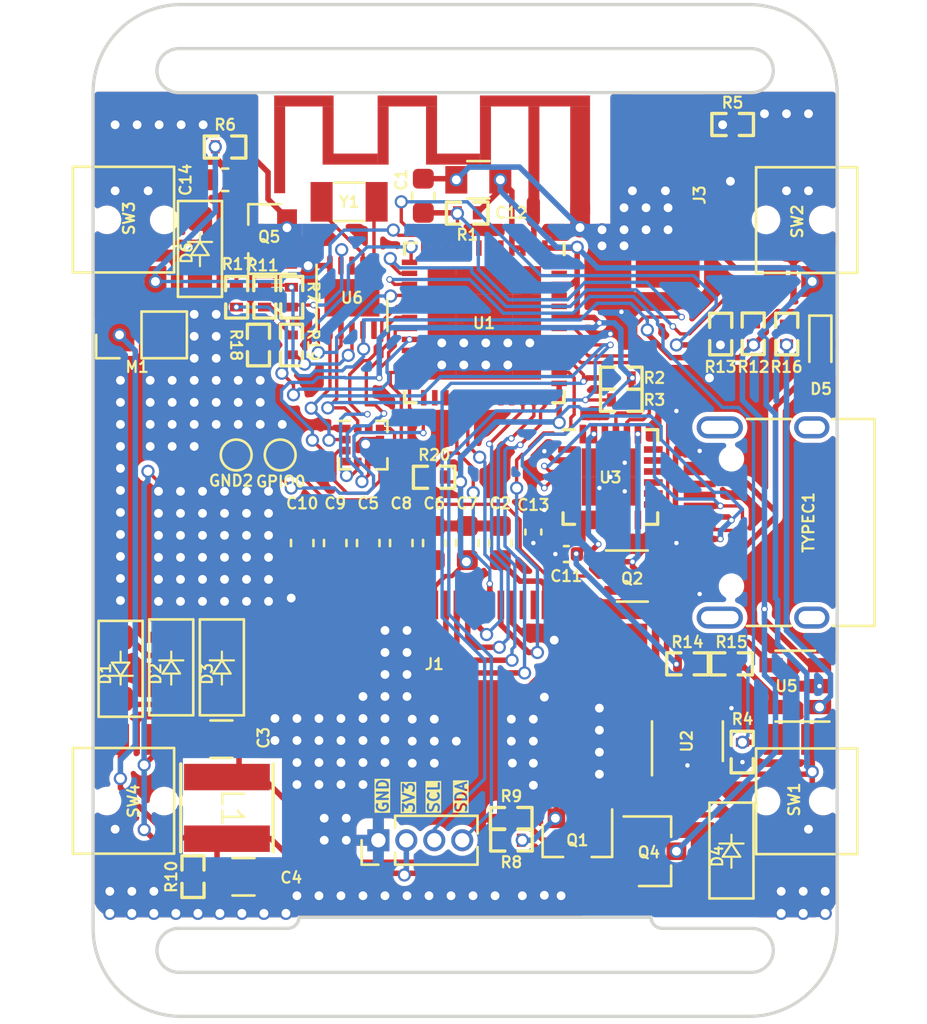
<source format=kicad_pcb>
(kicad_pcb (version 20240108) (generator "pcbnew") (generator_version "8.0")
  (layers (0 "F.Cu" signal) (31 "B.Cu" signal) (34 "B.Paste" user) (35 "F.Paste" user) (36 "B.SilkS" user "B.Silkscreen") (37 "F.SilkS" user "F.Silkscreen") (38 "B.Mask" user) (39 "F.Mask" user) (44 "Edge.Cuts" user))
  (net 0 "")
  (net 1 "GND")
  (net 2 "EN")
  (net 3 "+3V3")
  (net 4 "PREVGH")
  (net 5 "PREVGL")
  (net 6 "VBUS")
  (net 7 "BUSY")
  (net 8 "RES")
  (net 9 "DC")
  (net 10 "MOSI")
  (net 11 "SCK")
  (net 12 "SS")
  (net 13 "Net-(AE1-FEED)")
  (net 14 "Net-(J1-Pin_5)")
  (net 15 "RESE")
  (net 16 "GDR")
  (net 17 "Net-(D3-A)")
  (net 18 "Net-(D1-K)")
  (net 19 "Net-(J1-Pin_18)")
  (net 20 "Net-(J1-Pin_20)")
  (net 21 "RTS")
  (net 22 "GPIO0")
  (net 23 "DTR")
  (net 24 "SDA")
  (net 25 "SCL")
  (net 26 "BTN_1")
  (net 27 "BTN_2")
  (net 28 "BTN_3")
  (net 29 "Net-(J1-Pin_22)")
  (net 30 "+BATT")
  (net 31 "Net-(J1-Pin_24)")
  (net 32 "BTN_4")
  (net 33 "ADC")
  (net 34 "RTC_INT")
  (net 35 "VIB_PWM")
  (net 36 "TX")
  (net 37 "RX")
  (net 38 "Net-(U3-VDD)")
  (net 39 "Net-(D6-A)")
  (net 40 "Net-(D4-K)")
  (net 41 "ACC_INT_2")
  (net 42 "ACC_INT_1")
  (net 43 "Net-(D5-K)")
  (net 49 "Net-(Q5-B)")
  (net 50 "Net-(U5-PROG)")
  (net 51 "Net-(U5-STAT)")
  (net 53 "Net-(U3-D-)")
  (net 82 "Net-(R11-Pad2)")
  (net 83 "32KHZ")
  (net 94 "Net-(U6-OSCI)")
  (net 96 "Net-(U6-OSCO)")
  (net 98 "Net-(U3-D+)")
  (footprint "TO_SOT_Packages_SMD:SOT-23" (layer "F.Cu") (at 94.2 108.61)
    (property "Reference" "Q4")
    (property "Value" "CJ2301")
  )
  (footprint "TO_SOT_Packages_SMD:SOT-23" (layer "F.Cu") (at 76.51 80.8 180)
    (property "Reference" "Q5")
    (property "Value" "S8050")
  )
  (footprint "Watchy:R0402-Frame" (layer "F.Cu") (at 85.7 79.61 180)
    (property "Reference" "R1")
    (property "Value" "10K" (hide yes))
  )
  (footprint "Watchy:R0402-Frame" (layer "F.Cu") (at 97.2 85.11 -90)
    (property "Reference" "R13")
    (property "Value" "100K" (hide yes))
  )
  (footprint "Watchy:R0402-Frame" (layer "F.Cu") (at 95.7 100.11)
    (property "Reference" "R14")
    (property "Value" "10K" (hide yes))
  )
  (footprint "Housings_DFN_QFN:QFN-24-1EP_4x4mm_Pitch0.5mm" (layer "F.Cu") (at 92.2 91.61)
    (property "Reference" "U3")
    (property "Value" "CP2102")
  )
  (footprint "TO_SOT_Packages_SMD:SOT-23" (layer "F.Cu") (at 90.7 108.11 -90)
    (property "Reference" "Q1")
    (property "Value" "AO3400A")
  )
  (footprint "Watchy:Inductors_Inductor_Taiyo-Yuden_NR-40xx" (layer "F.Cu") (at 75.03 106.64 -90)
    (property "Reference" "L1")
    (property "Value" "10uH 1A")
  )
  (footprint "Watchy:R0402-Frame" (layer "F.Cu") (at 75.209539 83.440981 -90)
    (property "Reference" "R17")
    (property "Value" "1K" (hide yes))
  )
  (footprint "Watchy:D_SOD-123F" (layer "F.Cu") (at 74.55 100.29 -90)
    (property "Reference" "D3")
    (property "Value" "MBR0530")
  )
  (footprint "Housings_DFN_QFN:QFN-48-1EP_7x7mm_Pitch0.5mm" (layer "F.Cu") (at 86.47375 84.61 -90)
    (property "Reference" "U1")
    (property "Value" "ESP32-PICO-D4")
  )
  (footprint "TO_SOT_Packages_SMD:SOT-363_SC-70-6" (layer "F.Cu") (at 93.2 96.11)
    (property "Reference" "Q2")
    (property "Value" "UMH3N")
  )
  (footprint "Watchy:R0402-Frame" (layer "F.Cu") (at 73.25 109.77 90)
    (property "Reference" "R10")
    (property "Value" "10K" (hide yes))
  )
  (footprint "Capacitors_SMD:C_0805" (layer "F.Cu") (at 86.2 78.11 180)
    (property "Reference" "C12")
    (property "Value" "4.7uF/50V")
  )
  (footprint "Watchy:R0402-Frame" (layer "F.Cu") (at 100.2 85.11 -90)
    (property "Reference" "R16")
    (property "Value" "1K" (hide yes))
  )
  (footprint "Watchy:R0402-Frame" (layer "F.Cu") (at 98.7 85.11 90)
    (property "Reference" "R12")
    (property "Value" "100K" (hide yes))
  )
  (footprint "Watchy:K2-1114SA-A4SW-06" (layer "F.Cu") (at 70.63 106.33 90)
    (property "Reference" "SW4")
    (property "Value" "BTN")
  )
  (footprint "Watchy:K2-1114SA-A4SW-06" (layer "F.Cu") (at 100.57 106.33 -90)
    (property "Reference" "SW1")
    (property "Value" "BTN")
  )
  (footprint "Watchy:R0402-Frame" (layer "F.Cu") (at 87.7 108.11)
    (property "Reference" "R9")
    (property "Value" "3" (hide yes))
  )
  (footprint "Watchy:D_SOD-123F" (layer "F.Cu") (at 72.25 100.29 -90)
    (property "Reference" "D2")
    (property "Value" "MBR0530")
  )
  (footprint "Capacitors_SMD:C_0805" (layer "F.Cu") (at 74.53 103.52)
    (property "Reference" "C3")
    (property "Value" "4.7uF/50V")
  )
  (footprint "Watchy:R0402-Frame" (layer "F.Cu") (at 97.75 75.61)
    (property "Reference" "R5")
    (property "Value" "10K" (hide yes))
  )
  (footprint "LEDs:LED_0603" (layer "F.Cu") (at 101.74 85.58 -90)
    (property "Reference" "D5")
    (property "Value" "LED")
  )
  (footprint "Capacitors_SMD:C_0805" (layer "F.Cu") (at 75.53 109.77)
    (property "Reference" "C4")
    (property "Value" "4.7uF/50V")
  )
  (footprint "Watchy:D_SOD-123F" (layer "F.Cu") (at 97.7 108.61 -90)
    (property "Reference" "D4")
    (property "Value" "MBR0530")
  )
  (footprint "TO_SOT_Packages_SMD:SOT-23-5" (layer "F.Cu") (at 100.6 101.11 180)
    (property "Reference" "U5")
    (property "Value" "TP4054")
  )
  (footprint "Watchy:R0402-Frame" (layer "F.Cu") (at 92.7 88.11 180)
    (property "Reference" "R3")
    (property "Value" "4.7K" (hide yes))
  )
  (footprint "Watchy:R0402-Frame" (layer "F.Cu") (at 87.7 107.11 180)
    (property "Reference" "R8")
    (property "Value" "10K" (hide yes))
  )
  (footprint "Watchy:R0402-Frame" (layer "F.Cu") (at 98.2 104.11 90)
    (property "Reference" "R4")
    (property "Value" "10K" (hide yes))
  )
  (footprint "Watchy:1.25T-2PWT (Molex 532610271)" (layer "F.Cu") (at 94.753082 78.800917 90)
    (property "Reference" "J3")
    (property "Value" "Battery")
  )
  (footprint "Watchy:D_SOD-123F" (layer "F.Cu") (at 69.95 100.29 90)
    (property "Reference" "D1")
    (property "Value" "MBR0530")
  )
  (footprint "TO_SOT_Packages_SMD:SOT-23-5" (layer "F.Cu") (at 95.7 103.61 90)
    (property "Reference" "U2")
    (property "Value" "ME6211C33M5G-N" (hide yes))
  )
  (footprint "Watchy:K2-1114SA-A4SW-06" (layer "F.Cu") (at 100.57 79.93 -90)
    (property "Reference" "SW2")
    (property "Value" "BTN")
  )
  (footprint "Watchy:K2-1114SA-A4SW-06" (layer "F.Cu") (at 70.63 79.93 90)
    (property "Reference" "SW3")
    (property "Value" "BTN")
  )
  (footprint "Watchy:24_Pins_0.5mm_Pitch_ZIF_Connector_UP" (layer "F.Cu") (at 85.475 99.77)
    (property "Reference" "J1")
    (property "Value" "FPC24(0.5MM)")
  )
  (footprint "Watchy:R0402-Frame" (layer "F.Cu") (at 92.7 87.11 180)
    (property "Reference" "R2")
    (property "Value" "4.7K" (hide yes))
  )
  (footprint "Watchy:R0402-Frame" (layer "F.Cu") (at 74.7 76.61 180)
    (property "Reference" "R6")
    (property "Value" "10K" (hide yes))
  )
  (footprint "Watchy:D_SOD-123F" (layer "F.Cu") (at 73.55432 81.283203 -90)
    (property "Reference" "D6")
    (property "Value" "1N4001")
  )
  (footprint "Watchy:Motor_Header" (layer "F.Cu") (at 69.9 85.155 90)
    (property "Reference" "M1")
    (property "Value" "Vibration_Motor")
  )
  (footprint "Watchy:R0402-Frame" (layer "F.Cu") (at 77.709539 83.440981 -90)
    (property "Reference" "R7")
    (property "Value" "10K" (hide yes))
  )
  (footprint "Watchy:SWRA117D" (layer "F.Cu") (at 74.255 79.18)
    (property "Reference" "AE1" (hide yes))
    (property "Value" "SWRA117D" (hide yes))
  )
  (footprint "TestPoint:TestPoint_Pad_D1.0mm" (layer "F.Cu") (at 77.2 90.61)
    (property "Reference" "GPIO0")
    (property "Value" "GPIO0")
  )
  (footprint "TestPoint:TestPoint_Pad_D1.0mm" (layer "F.Cu") (at 75.2 90.61)
    (property "Reference" "GND2")
    (property "Value" "GND")
  )
  (footprint "Watchy:R0402-Frame" (layer "F.Cu") (at 76.490497 83.440981 -90)
    (property "Reference" "R11")
    (property "Value" "680K" (hide yes))
  )
  (footprint "Watchy:R0402-Frame" (layer "F.Cu") (at 77.7 85.61 -90)
    (property "Reference" "R19")
    (property "Value" "100K" (hide yes))
  )
  (footprint "Crystal:Crystal_SMD_3215-2Pin_3.2x1.5mm" (layer "F.Cu") (at 80.33 79.11)
    (property "Reference" "Y1")
    (property "Value" "32.768KHz")
  )
  (footprint "Housings_LGA:LGA-12_2x2mm_Pitch0.5mm" (layer "F.Cu") (at 80.97 90.16)
    (property "Reference" "U4" (hide yes))
    (property "Value" "BMA423")
  )
  (footprint "Package_DFN_QFN:DFN-10-1EP_3x3mm_P0.5mm_EP1.7x2.5mm" (layer "F.Cu") (at 80.46 83.47 -90)
    (property "Reference" "U6")
    (property "Value" "PCF8563BS")
  )
  (footprint "Watchy:R0402-Frame" (layer "F.Cu") (at 76.2 85.61 -90)
    (property "Reference" "R18")
    (property "Value" "220K" (hide yes))
  )
  (footprint "Watchy:R0402-Frame" (layer "F.Cu") (at 97.7 100.11)
    (property "Reference" "R15")
    (property "Value" "10K" (hide yes))
  )
  (footprint "Capacitor_SMD:C_0603_1608Metric" (layer "F.Cu") (at 83.7 78.835 90)
    (property "Reference" "C1")
    (property "Value" "100nF")
  )
  (footprint "Capacitor_SMD:C_0603_1608Metric" (layer "F.Cu") (at 87.2 94.61 90)
    (property "Reference" "C2")
    (property "Value" "1uF/50V")
  )
  (footprint "Capacitor_SMD:C_0603_1608Metric" (layer "F.Cu") (at 81.2 94.61 90)
    (property "Reference" "C5")
    (property "Value" "1uF/50V")
  )
  (footprint "Capacitor_SMD:C_0603_1608Metric" (layer "F.Cu") (at 84.2 94.61 90)
    (property "Reference" "C6")
    (property "Value" "1uF/50V")
  )
  (footprint "Capacitor_SMD:C_0603_1608Metric" (layer "F.Cu") (at 85.7 94.61 90)
    (property "Reference" "C7")
    (property "Value" "1uF/50V")
  )
  (footprint "Capacitor_SMD:C_0603_1608Metric" (layer "F.Cu") (at 82.7 94.61 90)
    (property "Reference" "C8")
    (property "Value" "1uF/50V")
  )
  (footprint "Capacitor_SMD:C_0603_1608Metric" (layer "F.Cu") (at 79.7 94.61 90)
    (property "Reference" "C9")
    (property "Value" "1uF/50V")
  )
  (footprint "Capacitor_SMD:C_0603_1608Metric" (layer "F.Cu") (at 78.2 94.61 90)
    (property "Reference" "C10")
    (property "Value" "1uF/50V")
  )
  (footprint "Capacitor_SMD:C_0603_1608Metric" (layer "F.Cu") (at 74.7 78.11)
    (property "Reference" "C14")
    (property "Value" "100nF")
  )
  (footprint "Watchy:R0402-Frame" (layer "F.Cu") (at 84.2 91.61 180)
    (property "Reference" "R20")
    (property "Value" "100K" (hide yes))
  )
  (footprint "Capacitor_SMD:C_0402_1005Metric" (layer "F.Cu") (at 88.7 94.11 -90)
    (property "Reference" "C13")
    (property "Value" "4.7uF")
  )
  (footprint "Capacitor_SMD:C_0402_1005Metric" (layer "F.Cu") (at 90.2 95.11)
    (property "Reference" "C11")
    (property "Value" "4.7uF")
  )
  (footprint "Connector_PinHeader_1.27mm:PinHeader_1x04_P1.27mm_Vertical" (layer "F.Cu") (at 81.66 108.11 90)
    (property "Reference" "J2" (hide yes))
    (property "Value" "Conn_01x04")
  )
  (footprint "Connector_USB:USB_C_Receptacle_HRO_TYPE-C-31-M-12" (layer "F.Cu") (at 100.3 93.675 90)
    (property "Reference" "TYPEC1")
    (property "Value" "USB_C_Receptacle_USB2.0_14P")
  )
  (gr_arc (start 72.6 74.15) (mid 71.892893 73.857107) (end 71.6 73.15) (stroke (width 0.15)) (layer "Edge.Cuts"))
  (gr_arc (start 71.6 113.11) (mid 71.892893 112.402893) (end 72.6 112.11) (stroke (width 0.15)) (layer "Edge.Cuts"))
  (gr_arc (start 98.6 112.11) (mid 99.307107 112.402893) (end 99.6 113.11) (stroke (width 0.15)) (layer "Edge.Cuts"))
  (gr_arc (start 99.6 73.15) (mid 99.307107 73.857107) (end 98.6 74.15) (stroke (width 0.15)) (layer "Edge.Cuts"))
  (gr_line (start 98.6 74.15) (end 72.6 74.15) (stroke (width 0.15)) (layer "Edge.Cuts"))
  (gr_line (start 72.6 72.15) (end 98.6 72.15) (stroke (width 0.15)) (layer "Edge.Cuts"))
  (gr_arc (start 102.5 112.11) (mid 101.328427 114.938427) (end 98.5 116.11) (stroke (width 0.15)) (layer "Edge.Cuts"))
  (gr_arc (start 72.7 116.11) (mid 69.871573 114.938427) (end 68.7 112.11) (stroke (width 0.15)) (layer "Edge.Cuts"))
  (gr_arc (start 98.5 70.15) (mid 101.328427 71.321573) (end 102.5 74.15) (stroke (width 0.15)) (layer "Edge.Cuts"))
  (gr_line (start 102.5 112.11) (end 102.5 74.15) (stroke (width 0.15)) (layer "Edge.Cuts"))
  (gr_arc (start 78.05 111.61) (mid 77.903553 111.963553) (end 77.55 112.11) (stroke (width 0.15)) (layer "Edge.Cuts"))
  (gr_arc (start 94.55 112.11) (mid 94.196447 111.963553) (end 94.05 111.61) (stroke (width 0.15)) (layer "Edge.Cuts"))
  (gr_line (start 98.6 112.11) (end 94.55 112.11) (stroke (width 0.15)) (layer "Edge.Cuts"))
  (gr_line (start 78.05 111.61) (end 94.05 111.61) (stroke (width 0.15)) (layer "Edge.Cuts"))
  (gr_line (start 68.7 112.11) (end 68.7 74.15) (stroke (width 0.15)) (layer "Edge.Cuts"))
  (gr_line (start 72.6 112.11) (end 77.55 112.11) (stroke (width 0.15)) (layer "Edge.Cuts"))
  (gr_arc (start 98.6 72.15) (mid 99.307107 72.442893) (end 99.6 73.15) (stroke (width 0.15)) (layer "Edge.Cuts"))
  (gr_arc (start 99.6 113.11) (mid 99.307107 113.817107) (end 98.6 114.11) (stroke (width 0.15)) (layer "Edge.Cuts"))
  (gr_arc (start 71.6 73.15) (mid 71.892893 72.442893) (end 72.6 72.15) (stroke (width 0.15)) (layer "Edge.Cuts"))
  (gr_line (start 98.6 114.11) (end 72.6 114.11) (stroke (width 0.15)) (layer "Edge.Cuts"))
  (gr_arc (start 68.7 74.15) (mid 69.871573 71.321573) (end 72.7 70.15) (stroke (width 0.15)) (layer "Edge.Cuts"))
  (gr_line (start 72.7 116.11) (end 98.5 116.11) (stroke (width 0.15)) (layer "Edge.Cuts"))
  (gr_arc (start 72.6 114.11) (mid 71.892893 113.817107) (end 71.6 113.11) (stroke (width 0.15)) (layer "Edge.Cuts"))
  (gr_line (start 98.5 70.15) (end 72.7 70.15) (stroke (width 0.15)) (layer "Edge.Cuts"))
  (gr_text "3V3" (at 83.342057 106.916863 90) (layer "F.SilkS" knockout) (effects (font (size 0.5 0.5) (thickness 0.1) (bold yes)) (justify left bottom)))
  (gr_text "SDA" (at 85.7203 106.916863 90) (layer "F.SilkS" knockout) (effects (font (size 0.5 0.5) (thickness 0.1) (bold yes)) (justify left bottom)))
  (gr_text "GND\n" (at 82.156314 106.916863 90) (layer "F.SilkS" knockout) (effects (font (size 0.5 0.5) (thickness 0.1) (bold yes)) (justify left bottom)))
  (gr_text "SCL\n" (at 84.472144 106.916863 90) (layer "F.SilkS" knockout) (effects (font (size 0.5 0.5) (thickness 0.1) (bold yes)) (justify left bottom)))
  (segment (start 87.2 93.835) (end 76.355 93.835) (width 0.25) (layer "F.Cu") (net 1))
  (segment (start 95.2 88.61) (end 96.7 87.11) (width 0.25) (layer "F.Cu") (net 1))
  (segment (start 90.825 79.43) (end 90.825 80.275) (width 0.9) (layer "F.Cu") (net 1))
  (segment (start 95.955 90.425) (end 95.2 89.67) (width 0.25) (layer "F.Cu") (net 1))
  (segment (start 95.2 94.61) (end 95.2 94.609934) (width 0.25) (layer "F.Cu") (net 1))
  (segment (start 89.621752 90.86) (end 90.25 90.86) (width 0.25) (layer "F.Cu") (net 1))
  (segment (start 77.4826 89.41) (end 77.2926 89.22) (width 0.1524) (layer "F.Cu") (net 1))
  (segment (start 77.51 79.85) (end 77.56 79.85) (width 0.25) (layer "F.Cu") (net 1))
  (segment (start 87.25 108.11) (end 87.25 107.11) (width 0.25) (layer "F.Cu") (net 1))
  (segment (start 72.25 97.94) (end 72.25 98.64) (width 0.25) (layer "F.Cu") (net 1))
  (segment (start 88.1 83.05) (end 88.2 83.05) (width 0.25) (layer "F.Cu") (net 1))
  (segment (start 75.488233 76.61) (end 76.6476 77.769367) (width 0.25) (layer "F.Cu") (net 1))
  (segment (start 88.922513 90.438248) (end 88.7 90.660761) (width 0.25) (layer "F.Cu") (net 1))
  (segment (start 88.046567 101.58) (end 82.96 101.58) (width 0.25) (layer "F.Cu") (net 1))
  (segment (start 90.825 80.275) (end 90.82 80.28) (width 0.9) (layer "F.Cu") (net 1))
  (segment (start 89.2 90.438248) (end 89.621752 90.86) (width 0.25) (layer "F.Cu") (net 1))
  (segment (start 96.255 90.425) (end 95.28 90.425) (width 0.25) (layer "F.Cu") (net 1))
  (segment (start 83.07375 85.86) (end 83.86125 85.86) (width 0.25) (layer "F.Cu") (net 1))
  (segment (start 83.225 98.315) (end 82.96 98.58) (width 0.25) (layer "F.Cu") (net 1))
  (segment (start 89.630199 99.002599) (end 89.6476 99.02) (width 0.25) (layer "F.Cu") (net 1))
  (segment (start 88.405 84.115) (end 88.41 84.11) (width 0.35) (layer "F.Cu") (net 1))
  (segment (start 96.255 90.425) (end 95.955 90.425) (width 0.25) (layer "F.Cu") (net 1))
  (segment (start 90.92 80.38) (end 90.82 80.28) (width 0.25) (layer "F.Cu") (net 1))
  (segment (start 80.2075 89.41) (end 77.4826 89.41) (width 0.1524) (layer "F.Cu") (net 1))
  (segment (start 81.7325 90.41) (end 81.372235 90.41) (width 0.1524) (layer "F.Cu") (net 1))
  (segment (start 84.5425 82.67875) (end 84.54 82.68125) (width 0.25) (layer "F.Cu") (net 1))
  (segment (start 91.067304 80.28) (end 90.82 80.28) (width 0.25) (layer "F.Cu") (net 1))
  (segment (start 76.6476 78.9876) (end 77.51 79.85) (width 0.25) (layer "F.Cu") (net 1))
  (segment (start 76.6476 77.769367) (end 76.6476 78.9876) (width 0.25) (layer "F.Cu") (net 1))
  (segment (start 88.508277 99.002599) (end 89.630199 99.002599) (width 0.25) (layer "F.Cu") (net 1))
  (segment (start 81.372235 90.41) (end 81.081844 90.119609) (width 0.1524) (layer "F.Cu") (net 1))
  (segment (start 88.7 90.660761) (end 88.7 92.61) (width 0.25) (layer "F.Cu") (net 1))
  (segment (start 87.725 98.219322) (end 88.508277 99.002599) (width 0.25) (layer "F.Cu") (net 1))
  (segment (start 89.2 90.438248) (end 88.922513 90.438248) (width 0.25) (layer "F.Cu") (net 1))
  (segment (start 95.28 90.425) (end 95.1572 90.5478) (width 0.25) (layer "F.Cu") (net 1))
  (segment (start 87.725 97.42) (end 87.725 98.219322) (width 0.25) (layer "F.Cu") (net 1))
  (segment (start 88.405 84.12) (end 88.405 84.115) (width 0.35) (layer "F.Cu") (net 1))
  (segment (start 85.15 78.06) (end 85.2 78.11) (width 0.25) (layer "F.Cu") (net 1))
  (segment (start 95.2 89.67) (end 95.2 88.61) (width 0.25) (layer "F.Cu") (net 1))
  (segment (start 95.1572 94.5672) (end 95.2 94.61) (width 0.25) (layer "F.Cu") (net 1))
  (segment (start 89.6476 99.02) (end 89.6476 99.978967) (width 0.25) (layer "F.Cu") (net 1))
  (segment (start 89.6476 99.978967) (end 88.046567 101.58) (width 0.25) (layer "F.Cu") (net 1))
  (segment (start 89.72 95.11) (end 89.7 95.11) (width 0.25) (layer "F.Cu") (net 1))
  (segment (start 78.4725 82.0075) (end 78.47 82.01) (width 0.1524) (layer "F.Cu") (net 1))
  (segment (start 84.54 82.68125) (end 84.54 84.52) (width 0.25) (layer "F.Cu") (net 1))
  (segment (start 91.82 80.38) (end 90.92 80.38) (width 0.25) (layer "F.Cu") (net 1))
  (segment (start 88.7 92.61) (end 89.2 93.11) (width 0.25) (layer "F.Cu") (net 1))
  (segment (start 79.46 82.0075) (end 78.4725 82.0075) (width 0.1524) (layer "F.Cu") (net 1))
  (segment (start 95.1572 90.5478) (end 95.1572 94.5672) (width 0.25) (layer "F.Cu") (net 1))
  (segment (start 75.15 76.4528) (end 75.15 76.61) (width 0.25) (layer "F.Cu") (net 1))
  (segment (start 89.22 95.11) (end 88.7 94.59) (width 0.25) (layer "F.Cu") (net 1))
  (segment (start 87.725 96.92) (end 87.725 97.82) (width 0.25) (layer "F.Cu") (net 1))
  (segment (start 76.355 93.835) (end 72.25 97.94) (width 0.25) (layer "F.Cu") (net 1))
  (segment (start 83.7 78.06) (end 85.15 78.06) (width 0.25) (layer "F.Cu") (net 1))
  (segment (start 81.7325 90.41) (end 81.7325 89.91) (width 0.1524) (layer "F.Cu") (net 1))
  (segment (start 89.7 95.11) (end 89.22 95.11) (width 0.25) (layer "F.Cu") (net 1))
  (segment (start 75.15 76.61) (end 75.488233 76.61) (width 0.25) (layer "F.Cu") (net 1))
  (segment (start 83.86125 85.86) (end 84.5425 86.54125) (width 0.25) (layer "F.Cu") (net 1))
  (segment (start 83.225 97.42) (end 83.225 98.315) (width 0.25) (layer "F.Cu") (net 1))
  (segment (start 87.72375 82.67375) (end 88.1 83.05) (width 0.25) (layer "F.Cu") (net 1))
  (via (at 92.82 79.38) (size 0.6) (drill 0.4) (layers "F.Cu" "B.Cu") (net 1))
  (via (at 92.82 80.38) (size 0.6) (drill 0.4) (layers "F.Cu" "B.Cu") (net 1))
  (via (at 91.82 80.38) (size 0.6) (drill 0.4) (layers "F.Cu" "B.Cu") (net 1))
  (via (at 92.82 81.11) (size 0.6) (drill 0.4) (layers "F.Cu" "B.Cu") (net 1))
  (via (at 91.82 81.11) (size 0.6) (drill 0.4) (layers "F.Cu" "B.Cu") (net 1))
  (via (at 76.67 92.26) (size 0.6) (drill 0.4) (layers "F.Cu" "B.Cu") (net 1))
  (via (at 74.67 92.26) (size 0.6) (drill 0.4) (layers "F.Cu" "B.Cu") (net 1))
  (via (at 73.67 92.26) (size 0.6) (drill 0.4) (layers "F.Cu" "B.Cu") (net 1))
  (via (at 75.67 93.26) (size 0.6) (drill 0.4) (layers "F.Cu" "B.Cu") (net 1))
  (via (at 72.67 93.26) (size 0.6) (drill 0.4) (layers "F.Cu" "B.Cu") (net 1))
  (via (at 76.67 93.26) (size 0.6) (drill 0.4) (layers "F.Cu" "B.Cu") (net 1))
  (via (at 73.67 93.26) (size 0.6) (drill 0.4) (layers "F.Cu" "B.Cu") (net 1))
  (via (at 74.67 93.26) (size 0.6) (drill 0.4) (layers "F.Cu" "B.Cu") (net 1))
  (via (at 73.67 94.26) (size 0.6) (drill 0.4) (layers "F.Cu" "B.Cu") (net 1))
  (via (at 74.67 94.26) (size 0.6) (drill 0.4) (layers "F.Cu" "B.Cu") (net 1))
  (via (at 72.67 94.26) (size 0.6) (drill 0.4) (layers "F.Cu" "B.Cu") (net 1))
  (via (at 75.67 94.26) (size 0.6) (drill 0.4) (layers "F.Cu" "B.Cu") (net 1))
  (via (at 76.67 94.26) (size 0.6) (drill 0.4) (layers "F.Cu" "B.Cu") (net 1))
  (via (at 72.67 95.26) (size 0.6) (drill 0.4) (layers "F.Cu" "B.Cu") (net 1))
  (via (at 74.67 95.26) (size 0.6) (drill 0.4) (layers "F.Cu" "B.Cu") (net 1))
  (via (at 76.67 95.26) (size 0.6) (drill 0.4) (layers "F.Cu" "B.Cu") (net 1))
  (via (at 73.67 95.26) (size 0.6) (drill 0.4) (layers "F.Cu" "B.Cu") (net 1))
  (via (at 75.67 95.26) (size 0.6) (drill 0.4) (layers "F.Cu" "B.Cu") (net 1))
  (via (at 76.67 96.26) (size 0.6) (drill 0.4) (layers "F.Cu" "B.Cu") (net 1))
  (via (at 72.67 96.26) (size 0.6) (drill 0.4) (layers "F.Cu" "B.Cu") (net 1))
  (via (at 73.67 96.26) (size 0.6) (drill 0.4) (layers "F.Cu" "B.Cu") (net 1))
  (via (at 75.67 96.26) (size 0.6) (drill 0.4) (layers "F.Cu" "B.Cu") (net 1))
  (via (at 74.67 96.26) (size 0.6) (drill 0.4) (layers "F.Cu" "B.Cu") (net 1))
  (via (at 73.67 97.26) (size 0.6) (drill 0.4) (layers "F.Cu" "B.Cu") (net 1))
  (via (at 75.67 97.26) (size 0.6) (drill 0.4) (layers "F.Cu" "B.Cu") (net 1))
  (via (at 74.67 97.26) (size 0.6) (drill 0.4) (layers "F.Cu" "B.Cu") (net 1))
  (via (at 72.67 97.26) (size 0.6) (drill 0.4) (layers "F.Cu" "B.Cu") (net 1))
  (via (at 76.67 97.26) (size 0.6) (drill 0.4) (layers "F.Cu" "B.Cu") (net 1))
  (via (at 79.96 102.58) (size 0.6) (drill 0.4) (layers "F.Cu" "B.Cu") (net 1))
  (via (at 80.96 102.58) (size 0.6) (drill 0.4) (layers "F.Cu" "B.Cu") (net 1))
  (via (at 81.96 102.58) (size 0.6) (drill 0.4) (layers "F.Cu" "B.Cu") (net 1))
  (via (at 78.96 103.58) (size 0.6) (drill 0.4) (layers "F.Cu" "B.Cu") (net 1))
  (via (at 79.96 103.58) (size 0.6) (drill 0.4) (layers "F.Cu" "B.Cu") (net 1))
  (via (at 80.96 103.58) (size 0.6) (drill 0.4) (layers "F.Cu" "B.Cu") (net 1))
  (via (at 81.96 103.58) (size 0.6) (drill 0.4) (layers "F.Cu" "B.Cu") (net 1))
  (via (at 78.96 104.58) (size 0.6) (drill 0.4) (layers "F.Cu" "B.Cu") (net 1))
  (via (at 79.96 104.58) (size 0.6) (drill 0.4) (layers "F.Cu" "B.Cu") (net 1))
  (via (at 80.96 104.58) (size 0.6) (drill 0.4) (layers "F.Cu" "B.Cu") (net 1))
  (via (at 81.96 104.58) (size 0.6) (drill 0.4) (layers "F.Cu" "B.Cu") (net 1))
  (via (at 78.96 105.58) (size 0.6) (drill 0.4) (layers "F.Cu" "B.Cu") (net 1))
  (via (at 79.96 105.58) (size 0.6) (drill 0.4) (layers "F.Cu" "B.Cu") (net 1))
  (via (at 80.96 105.58) (size 0.6) (drill 0.4) (layers "F.Cu" "B.Cu") (net 1))
  (via (at 81.96 101.58) (size 0.6) (drill 0.4) (layers "F.Cu" "B.Cu") (net 1))
  (via (at 82.96 101.58) (size 0.6) (drill 0.4) (layers "F.Cu" "B.Cu") (net 1))
  (via (at 80.96 101.58) (size 0.6) (drill 0.4) (layers "F.Cu" "B.Cu") (net 1))
  (via (at 82.96 100.58) (size 0.6) (drill 0.4) (layers "F.Cu" "B.Cu") (net 1))
  (via (at 81.96 100.58) (size 0.6) (drill 0.4) (layers "F.Cu" "B.Cu") (net 1))
  (via (at 81.96 99.58) (size 0.6) (drill 0.4) (layers "F.Cu" "B.Cu") (net 1))
  (via (at 82.96 99.58) (size 0.6) (drill 0.4) (layers "F.Cu" "B.Cu") (net 1))
  (via (at 81.96 98.58) (size 0.6) (drill 0.4) (layers "F.Cu" "B.Cu") (net 1))
  (via (at 82.96 98.58) (size 0.6) (drill 0.4) (layers "F.Cu" "B.Cu") (net 1))
  (via (at 84.54 85.52) (size 0.6) (drill 0.4) (layers "F.Cu" "B.Cu") (net 1))
  (via (at 84.54 86.52) (size 0.6) (drill 0.4) (layers "F.Cu" "B.Cu") (net 1))
  (via (at 85.54 86.52) (size 0.6) (drill 0.4) (layers "F.Cu" "B.Cu") (net 1))
  (via (at 85.54 85.52) (size 0.6) (drill 0.4) (layers "F.Cu" "B.Cu") (net 1))
  (via (at 86.54 85.52) (size 0.6) (drill 0.4) (layers "F.Cu" "B.Cu") (net 1))
  (via (at 86.54 86.52) (size 0.6) (drill 0.4) (layers "F.Cu" "B.Cu") (net 1))
  (via (at 87.54 86.52) (size 0.6) (drill 0.4) (layers "F.Cu" "B.Cu") (net 1))
  (via (at 87.54 85.52) (size 0.6) (drill 0.4) (layers "F.Cu" "B.Cu") (net 1))
  (via (at 88.54 85.52) (size 0.6) (drill 0.4) (layers "F.Cu" "B.Cu") (net 1))
  (via (at 84.96 110.63) (size 0.6) (drill 0.4) (layers "F.Cu" "B.Cu") (net 1))
  (via (at 80.96 110.63) (size 0.6) (drill 0.4) (layers "F.Cu" "B.Cu") (net 1))
  (via (at 86.96 110.63) (size 0.6) (drill 0.4) (layers "F.Cu" "B.Cu") (net 1))
  (via (at 85.96 110.63) (size 0.6) (drill 0.4) (layers "F.Cu" "B.Cu") (net 1))
  (via (at 83.96 110.63) (size 0.6) (drill 0.4) (layers "F.Cu" "B.Cu") (net 1))
  (via (at 81.96 110.63) (size 0.6) (drill 0.4) (layers "F.Cu" "B.Cu") (net 1))
  (via (at 79.96 110.63) (size 0.6) (drill 0.4) (layers "F.Cu" "B.Cu") (net 1))
  (via (at 78.96 110.63) (size 0.6) (drill 0.4) (layers "F.Cu" "B.Cu") (net 1))
  (via (at 88.2 110.63) (size 0.6) (drill 0.4) (layers "F.Cu" "B.Cu") (net 1))
  (via (at 82.96 110.63) (size 0.6) (drill 0.4) (layers "F.Cu" "B.Cu") (net 1))
  (via (at 89.96 110.63) (size 0.6) (drill 0.4) (layers "F.Cu" "B.Cu") (net 1))
  (via (at 72.67 92.26) (size 0.6) (drill 0.4) (layers "F.Cu" "B.Cu") (net 1))
  (via (at 69.9426 91.22) (size 0.6) (drill 0.4) (layers "F.Cu" "B.Cu") (net 1))
  (via (at 69.9426 93.22) (size 0.6) (drill 0.4) (layers "F.Cu" "B.Cu") (net 1))
  (via (at 69.9426 94.22) (size 0.6) (drill 0.4) (layers "F.Cu" "B.Cu") (net 1))
  (via (at 69.9426 95.22) (size 0.6) (drill 0.4) (layers "F.Cu" "B.Cu") (net 1))
  (via (at 69.9426 96.22) (size 0.6) (drill 0.4) (layers "F.Cu" "B.Cu") (net 1))
  (via (at 69.9426 92.22) (size 0.6) (drill 0.4) (layers "F.Cu" "B.Cu") (net 1))
  (via (at 69.9426 97.22) (size 0.6) (drill 0.4) (layers "F.Cu" "B.Cu") (net 1))
  (via (at 71.67 97.26) (size 0.6) (drill 0.4) (layers "F.Cu" "B.Cu") (net 1))
  (via (at 71.67 94.26) (size 0.6) (drill 0.4) (layers "F.Cu" "B.Cu") (net 1))
  (via (at 71.67 95.26) (size 0.6) (drill 0.4) (layers "F.Cu" "B.Cu") (net 1))
  (via (at 71.67 96.26) (size 0.6) (drill 0.4) (layers "F.Cu" "B.Cu") (net 1))
  (via (at 71.67 93.26) (size 0.6) (drill 0.4) (layers "F.Cu" "B.Cu") (net 1))
  (via (at 93.82 79.38) (size 0.6) (drill 0.4) (layers "F.Cu" "B.Cu") (net 1))
  (via (at 93.82 80.38) (size 0.6) (drill 0.4) (layers "F.Cu" "B.Cu") (net 1))
  (via (at 94.82 80.38) (size 0.6) (drill 0.4) (layers "F.Cu" "B.Cu") (net 1))
  (via (at 94.82 79.38) (size 0.6) (drill 0.4) (layers "F.Cu" "B.Cu") (net 1))
  (via (at 99.96 110.43) (size 0.6) (drill 0.4) (layers "F.Cu" "B.Cu") (net 1))
  (via (at 99.96 111.43) (size 0.6) (drill 0.4) (layers "F.Cu" "B.Cu") (net 1))
  (via (at 100.96 111.43) (size 0.6) (drill 0.4) (layers "F.Cu" "B.Cu") (net 1))
  (via (at 77.96 104.58) (size 0.6) (drill 0.4) (layers "F.Cu" "B.Cu") (net 1))
  (via (at 76.96 103.58) (size 0.6) (drill 0.4) (layers "F.Cu" "B.Cu") (net 1))
  (via (at 77.96 103.58) (size 0.6) (drill 0.4) (layers "F.Cu" "B.Cu") (net 1))
  (via (at 77.96 110.63) (size 0.6) (drill 0.4) (layers "F.Cu" "B.Cu") (net 1))
  (via (at 71.46 110.43) (size 0.6) (drill 0.4) (layers "F.Cu" "B.Cu") (net 1))
  (via (at 70.46 110.43) (size 0.6) (drill 0.4) (layers "F.Cu" "B.Cu") (net 1))
  (via (at 69.46 110.43) (size 0.6) (drill 0.4) (layers "F.Cu" "B.Cu") (net 1))
  (via (at 71.46 111.43) (size 0.6) (drill 0.4) (layers "F.Cu" "B.Cu") (net 1))
  (via (at 70.46 111.43) (size 0.6) (drill 0.4) (layers "F.Cu" "B.Cu") (net 1))
  (via (at 69.46 111.43) (size 0.6) (drill 0.4) (layers "F.Cu" "B.Cu") (net 1))
  (via (at 72.46 111.43) (size 0.6) (drill 0.4) (layers "F.Cu" "B.Cu") (net 1))
  (via (at 73.46 111.43) (size 0.6) (drill 0.4) (layers "F.Cu" "B.Cu") (net 1))
  (via (at 74.46 111.43) (size 0.6) (drill 0.4) (layers "F.Cu" "B.Cu") (net 1))
  (via (at 75.46 111.43) (size 0.6) (drill 0.4) (layers "F.Cu" "B.Cu") (net 1))
  (via (at 76.46 111.43) (size 0.6) (drill 0.4) (layers "F.Cu" "B.Cu") (net 1))
  (via (at 77.46 111.43) (size 0.6) (drill 0.4) (layers "F.Cu" "B.Cu") (net 1))
  (via (at 75.67 92.26) (size 0.6) (drill 0.4) (layers "F.Cu" "B.Cu") (net 1))
  (via (at 100.96 110.43) (size 0.6) (drill 0.4) (layers "F.Cu" "B.Cu") (net 1))
  (via (at 101.96 111.43) (size 0.6) (drill 0.4) (layers "F.Cu" "B.Cu") (net 1))
  (via (at 101.96 110.43) (size 0.6) (drill 0.4) (layers "F.Cu" "B.Cu") (net 1))
  (via (at 69.9426 90.22) (size 0.6) (drill 0.4) (layers "F.Cu" "B.Cu") (net 1))
  (via (at 69.9426 89.22) (size 0.6) (drill 0.4) (layers "F.Cu" "B.Cu") (net 1))
  (via (at 69.9426 88.22) (size 0.6) (drill 0.4) (layers "F.Cu" "B.Cu") (net 1))
  (via (at 69.9426 87.22) (size 0.6) (drill 0.4) (layers "F.Cu" "B.Cu") (net 1))
  (via (at 71.67 92.26) (size 0.6) (drill 0.4) (layers "F.Cu" "B.Cu") (net 1))
  (via (at 71.2926 87.22) (size 0.6) (drill 0.4) (layers "F.Cu" "B.Cu") (net 1))
  (via (at 71.2926 89.22) (size 0.6) (drill 0.4) (layers "F.Cu" "B.Cu") (net 1))
  (via (at 71.2926 90.22) (size 0.6) (drill 0.4) (layers "F.Cu" "B.Cu") (net 1))
  (via (at 71.2926 88.22) (size 0.6) (drill 0.4) (layers "F.Cu" "B.Cu") (net 1))
  (via (at 72.2926 89.22) (size 0.6) (drill 0.4) (layers "F.Cu" "B.Cu") (net 1))
  (via (at 72.2926 87.22) (size 0.6) (drill 0.4) (layers "F.Cu" "B.Cu") (net 1))
  (via (at 72.2926 90.22) (size 0.6) (drill 0.4) (layers "F.Cu" "B.Cu") (net 1))
  (via (at 72.2926 88.22) (size 0.6) (drill 0.4) (layers "F.Cu" "B.Cu") (net 1))
  (via (at 73.2926 88.22) (size 0.6) (drill 0.4) (layers "F.Cu" "B.Cu") (net 1))
  (via (at 73.2926 87.22) (size 0.6) (drill 0.4) (layers "F.Cu" "B.Cu") (net 1))
  (via (at 73.2926 89.22) (size 0.6) (drill 0.4) (layers "F.Cu" "B.Cu") (net 1))
  (via (at 74.2926 89.22) (size 0.6) (drill 0.4) (layers "F.Cu" "B.Cu") (net 1))
  (via (at 74.2926 87.22) (size 0.6) (drill 0.4) (layers "F.Cu" "B.Cu") (net 1))
  (via (at 74.2926 88.22) (size 0.6) (drill 0.4) (layers "F.Cu" "B.Cu") (net 1))
  (via (at 75.2926 89.22) (size 0.6) (drill 0.4) (layers "F.Cu" "B.Cu") (net 1))
  (via (at 75.2926 87.22) (size 0.6) (drill 0.4) (layers "F.Cu" "B.Cu") (net 1))
  (via (at 75.2926 88.22) (size 0.6) (drill 0.4) (layers "F.Cu" "B.Cu") (net 1))
  (via (at 76.2926 89.22) (size 0.6) (drill 0.4) (layers "F.Cu" "B.Cu") (net 1))
  (via (at 74.2926 86.22) (size 0.6) (drill 0.4) (layers "F.Cu" "B.Cu") (net 1))
  (via (at 74.2926 85.22) (size 0.6) (drill 0.4) (layers "F.Cu" "B.Cu") (net 1))
  (via (at 73.2926 85.22) (size 0.6) (drill 0.4) (layers "F.Cu" "B.Cu") (net 1))
  (via (at 73.2926 86.22) (size 0.6) (drill 0.4) (layers "F.Cu" "B.Cu") (net 1))
  (via (at 77.96 105.58) (size 0.6) (drill 0.4) (layers "F.Cu" "B.Cu") (net 1))
  (via (at 78.96 102.58) (size 0.6) (drill 0.4) (layers "F.Cu" "B.Cu") (net 1))
  (via (at 77.96 102.58) (size 0.6) (drill 0.4) (layers "F.Cu" "B.Cu") (net 1))
  (via (at 76.96 102.58) (size 0.6) (drill 0.4) (layers "F.Cu" "B.Cu") (net 1))
  (via (at 77.2926 89.22) (size 0.6) (drill 0.4) (layers "F.Cu" "B.Cu") (net 1))
  (via (at 74.2926 84.22) (size 0.6) (drill 0.4) (layers "F.Cu" "B.Cu") (net 1))
  (via (at 73.2926 84.22) (size 0.6) (drill 0.4) (layers "F.Cu" "B.Cu") (net 1))
  (via (at 76.2926 87.22) (size 0.6) (drill 0.4) (layers "F.Cu" "B.Cu") (net 1))
  (via (at 76.2926 88.22) (size 0.6) (drill 0.4) (layers "F.Cu" "B.Cu") (net 1))
  (via (at 73.2926 90.22) (size 0.6) (drill 0.4) (layers "F.Cu" "B.Cu") (net 1))
  (via (at 97.3 75.61) (size 0.6) (drill 0.4) (layers "F.Cu" "B.Cu") (net 1))
  (via (at 69.7 107.61) (size 0.6) (drill 0.4) (layers "F.Cu" "B.Cu") (net 1))
  (via (at 96.7 87.11) (size 0.6) (drill 0.4) (layers "F.Cu" "B.Cu") (net 1))
  (via (at 95.2 88.61) (size 0.3) (drill 0.2) (layers "F.Cu" "B.Cu") (net 1))
  (via (at 79.2 107.11) (size 0.6) (drill 0.4) (layers "F.Cu" "B.Cu") (net 1))
  (via (at 89.2 93.11) (size 0.3) (drill 0.2) (layers "F.Cu" "B.Cu") (net 1))
  (via (at 84.2 103.61) (size 0.6) (drill 0.4) (layers "F.Cu" "B.Cu") (net 1))
  (via (at 71.7 75.61) (size 0.6) (drill 0.4) (layers "F.Cu" "B.Cu") (net 1))
  (via (at 87.7 103.61) (size 0.6) (drill 0.4) (layers "F.Cu" "B.Cu") (net 1))
  (via (at 89.2 110.61) (size 0.6) (drill 0.4) (layers "F.Cu" "B.Cu") (net 1))
  (via (at 77.506608 80.286423) (size 0.6) (drill 0.4) (layers "F.Cu" "B.Cu") (net 1))
  (via (at 91.7 105.11) (size 0.6) (drill 0.4) (layers "F.Cu" "B.Cu") (net 1))
  (via (at 77.7 97.11) (size 0.6) (drill 0.4) (layers "F.Cu" "B.Cu") (net 1))
  (via (at 101.2 75.11) (size 0.6) (drill 0.4) (layers "F.Cu" "B.Cu") (net 1))
  (via (at 92.85 90.96) (size 0.3) (drill 0.2) (layers "F.Cu" "B.Cu") (net 1))
  (via (at 73.7 75.61) (size 0.6) (drill 0.4) (layers "F.Cu" "B.Cu") (net 1))
  (via (at 97.2 85.61) (size 0.6) (drill 0.4) (layers "F.Cu" "B.Cu") (net 1))
  (via (at 96.255 90.425) (size 0.3) (drill 0.2) (layers "F.Cu" "B.Cu") (net 1))
  (via (at 85.2 103.61) (size 0.6) (drill 0.4) (layers "F.Cu" "B.Cu") (net 1))
  (via (at 95.2 94.61) (size 0.3) (drill 0.2) (layers "F.Cu" "B.Cu") (net 1))
  (via (at 91.7 103.11) (size 0.6) (drill 0.4) (layers "F.Cu" "B.Cu") (net 1))
  (via (at 91.7 92.11) (size 0.3) (drill 0.2) (layers "F.Cu" "B.Cu") (net 1))
  (via (at 89.7 95.11) (size 0.3) (drill 0.2) (layers "F.Cu" "B.Cu") (net 1))
  (via (at 88.7 103.61) (size 0.6) (drill 0.4) (layers "F.Cu" "B.Cu") (net 1))
  (via (at 100.2 75.11) (size 0.6) (drill 0.4) (layers "F.Cu" "B.Cu") (net 1))
  (via (at 70.7 75.61) (size 0.6) (drill 0.4) (layers "F.Cu" "B.Cu") (net 1))
  (via (at 99.2 75.11) (size 0.6) (drill 0.4) (layers "F.Cu" "B.Cu") (net 1))
  (via (at 81.081844 90.119609) (size 0.6) (drill 0.4) (layers "F.Cu" "B.Cu") (net 1))
  (via (at 84.2 102.61) (size 0.6) (drill 0.4) (layers "F.Cu" "B.Cu") (net 1))
  (via (at 88.7 104.61) (size 0.6) (drill 0.4) (layers "F.Cu" "B.Cu") (net 1))
  (via (at 72.7 75.61) (size 0.6) (drill 0.4) (layers "F.Cu" "B.Cu") (net 1))
  (via (at 88.7 102.61) (size 0.6) (drill 0.4) (layers "F.Cu" "B.Cu") (net 1))
  (via (at 80.2 108.11) (size 0.6) (drill 0.4) (layers "F.Cu" "B.Cu") (net 1))
  (via (at 83.2 102.61) (size 0.6) (drill 0.4) (layers "F.Cu" "B.Cu") (net 1))
  (via (at 87.7 102.61) (size 0.6) (drill 0.4) (layers "F.Cu" "B.Cu") (net 1))
  (via (at 97.7 102.11) (size 0.3) (drill 0.2) (layers "F.Cu" "B.Cu") (net 1))
  (via (at 96.255 96.925) (size 0.3) (drill 0.2) (layers "F.Cu" "B.Cu") (net 1))
  (via (at 92.2 91.61) (size 0.3) (drill 0.2) (layers "F.Cu" "B.Cu") (net 1))
  (via (at 88.7 105.61) (size 0.6) (drill 0.4) (layers "F.Cu" "B.Cu") (net 1))
  (via (at 87.748179 104.604862) (size 0.6) (drill 0.4) (layers "F.Cu" "B.Cu") (net 1))
  (via (at 91.7 102.11) (size 0.6) (drill 0.4) (layers "F.Cu" "B.Cu") (net 1))
  (via (at 101.2 107.61) (size 0.6) (drill 0.4) (layers "F.Cu" "B.Cu") (net 1))
  (via (at 88.7 94.61) (size 0.3) (drill 0.2) (layers "F.Cu" "B.Cu") (net 1))
  (via (at 92.2 85.11) (size 0.3) (drill 0.2) (layers "F.Cu" "B.Cu") (net 1))
  (via (at 89.2 90.438248) (size 0.3) (drill 0.2) (layers "F.Cu" "B.Cu") (net 1))
  (via (at 84.2 104.61) (size 0.6) (drill 0.4) (layers "F.Cu" "B.Cu") (net 1))
  (via (at 83.2 103.61) (size 0.6) (drill 0.4) (layers "F.Cu" "B.Cu") (net 1))
  (via (at 93.2 78.61) (size 0.6) (drill 0.4) (layers "F.Cu" "B.Cu") (net 1))
  (via (at 98.2 104.56) (size 0.3) (drill 0.2) (layers "F.Cu" "B.Cu") (net 1))
  (via (at 101.2 78.61) (size 0.6) (drill 0.4) (layers "F.Cu" "B.Cu") (net 1))
  (via (at 95.7 104.71) (size 0.3) (drill 0.2) (layers "F.Cu" "B.Cu") (net 1))
  (via (at 69.7 78.61) (size 0.6) (drill 0.4) (layers "F.Cu" "B.Cu") (net 1))
  (via (at 97.653082 78.175917) (size 0.6) (drill 0.4) (layers "F.Cu" "B.Cu") (net 1))
  (via (at 100.2 78.61) (size 0.6) (drill 0.4) (layers "F.Cu" "B.Cu") (net 1))
  (via (at 89.2 101.61) (size 0.6) (drill 0.4) (layers "F.Cu" "B.Cu") (net 1))
  (via (at 80.2 107.11) (size 0.6) (drill 0.4) (layers "F.Cu" "B.Cu") (net 1))
  (via (at 78.47 82.01) (size 0.6) (drill 0.4) (layers "F.Cu" "B.Cu") (net 1))
  (via (at 79.2 108.11) (size 0.6) (drill 0.4) (layers "F.Cu" "B.Cu") (net 1))
  (via (at 101.7 101.11) (size 0.3) (drill 0.2) (layers "F.Cu" "B.Cu") (net 1))
  (via (at 91.7 104.11) (size 0.6) (drill 0.4) (layers "F.Cu" "B.Cu") (net 1))
  (via (at 71.2 78.61) (size 0.6) (drill 0.4) (layers "F.Cu" "B.Cu") (net 1))
  (via (at 94.7 78.61) (size 0.6) (drill 0.4) (layers "F.Cu" "B.Cu") (net 1))
  (via (at 89.6476 99.02) (size 0.6) (drill 0.4) (layers "F.Cu" "B.Cu") (net 1))
  (via (at 85.2 78.11) (size 0.6) (drill 0.4) (layers "F.Cu" "B.Cu") (net 1))
  (via (at 92.85 92.26) (size 0.3) (drill 0.2) (layers "F.Cu" "B.Cu") (net 1))
  (via (at 92.7 84.11) (size 0.3) (drill 0.2) (layers "F.Cu" "B.Cu") (net 1))
  (via (at 69.7 75.61) (size 0.6) (drill 0.4) (layers "F.Cu" "B.Cu") (net 1))
  (via (at 83.2 104.61) (size 0.6) (drill 0.4) (layers "F.Cu" "B.Cu") (net 1))
  (via (at 90.82 80.28) (size 0.6) (drill 0.4) (layers "F.Cu" "B.Cu") (net 1))
  (segment (start 88.0726 77.5326) (end 85.7774 77.5326) (width 0.25) (layer "B.Cu") (net 1))
  (segment (start 98.05 104.71) (end 98.2 104.56) (width 0.25) (layer "B.Cu") (net 1))
  (segment (start 97.653082 78.175917) (end 96.448999 79.38) (width 0.25) (layer "B.Cu") (net 1))
  (segment (start 90.82 80.28) (end 88.0726 77.5326) (width 0.25) (layer "B.Cu") (net 1))
  (segment (start 96.448999 79.38) (end 94.82 79.38) (width 0.25) (layer "B.Cu") (net 1))
  (segment (start 85.7774 77.5326) (end 85.2 78.11) (width 0.25) (layer "B.Cu") (net 1))
  (segment (start 89.7 95.11) (end 89.7 98.9676) (width 0.25) (layer "B.Cu") (net 1))
  (segment (start 96.255 96.925) (end 95.5426 97.6374) (width 0.25) (layer "B.Cu") (net 1))
  (segment (start 89.7 98.9676) (end 89.6476 99.02) (width 0.25) (layer "B.Cu") (net 1))
  (segment (start 95.7 104.71) (end 98.05 104.71) (width 0.25) (layer "B.Cu") (net 1))
  (segment (start 95.5426 97.6374) (end 95.5426 98.31701) (width 0.25) (layer "B.Cu") (net 1))
  (segment (start 95.5426 98.31701) (end 97.7 100.47441) (width 0.25) (layer "B.Cu") (net 1))
  (segment (start 97.7 100.47441) (end 97.7 102.11) (width 0.25) (layer "B.Cu") (net 1))
  (segment (start 89.2 94.61) (end 89.7 95.11) (width 0.25) (layer "B.Cu") (net 1))
  (segment (start 89.2 93.11) (end 89.2 94.61) (width 0.25) (layer "B.Cu") (net 1))
  (segment (start 93.349895 84.712552) (end 93.349895 85.15046) (width 0.1524) (layer "F.Cu") (net 2))
  (segment (start 93.71795 84.344497) (end 93.349895 84.712552) (width 0.1524) (layer "F.Cu") (net 2))
  (segment (start 94.7 87.0362) (end 94.8036 87.1398) (width 0.1524) (layer "F.Cu") (net 2))
  (segment (start 83.975 79.61) (end 85.25 79.61) (width 0.25) (layer "F.Cu") (net 2))
  (segment (start 85.25 81.18375) (end 85.22375 81.21) (width 0.1524) (layer "F.Cu") (net 2))
  (segment (start 94.2738 86.074365) (end 94.2738 86.786538) (width 0.1524) (layer "F.Cu") (net 2))
  (segment (start 95.434497 84.344497) (end 93.71795 84.344497) (width 0.1524) (layer "F.Cu") (net 2))
  (segment (start 94.8036 87.1398) (end 94.8036 94.0064) (width 0.1524) (layer "F.Cu") (net 2))
  (segment (start 85.25 79.61) (end 85.25 81.18375) (width 0.1524) (layer "F.Cu") (net 2))
  (segment (start 93.349895 85.15046) (end 94.2738 86.074365) (width 0.1524) (layer "F.Cu") (net 2))
  (segment (start 83.7 79.885) (end 83.975 79.61) (width 0.25) (layer "F.Cu") (net 2))
  (segment (start 94.15 94.66) (end 94.15 95.46) (width 0.1524) (layer "F.Cu") (net 2))
  (segment (start 94.8036 94.0064) (end 94.15 94.66) (width 0.1524) (layer "F.Cu") (net 2))
  (segment (start 94.523462 87.0362) (end 94.7 87.0362) (width 0.1524) (layer "F.Cu") (net 2))
  (segment (start 94.2738 86.786538) (end 94.523462 87.0362) (width 0.1524) (layer "F.Cu") (net 2))
  (via (at 85.25 79.6386) (size 0.6) (drill 0.4) (layers "F.Cu" "B.Cu") (net 2))
  (via (at 95.434497 84.344497) (size 0.3) (drill 0.2) (layers "F.Cu" "B.Cu") (net 2))
  (segment (start 85.25 79.66) (end 85.25 79.61) (width 0.1524) (layer "B.Cu") (net 2))
  (segment (start 93.8584 82.7684) (end 91.0416 82.7684) (width 0.1524) (layer "B.Cu") (net 2))
  (segment (start 86.2 80.61) (end 85.25 79.66) (width 0.1524) (layer "B.Cu") (net 2))
  (segment (start 87.589314 83.558419) (end 86.2 82.169105) (width 0.1524) (layer "B.Cu") (net 2))
  (segment (start 95.434497 84.344497) (end 93.8584 82.7684) (width 0.1524) (layer "B.Cu") (net 2))
  (segment (start 91.0416 82.7684) (end 90.251581 83.558419) (width 0.1524) (layer "B.Cu") (net 2))
  (segment (start 86.2 82.169105) (end 86.2 80.61) (width 0.1524) (layer "B.Cu") (net 2))
  (segment (start 90.251581 83.558419) (end 87.589314 83.558419) (width 0.1524) (layer "B.Cu") (net 2))
  (segment (start 82.472 84.86175) (end 82.47375 84.86) (width 0.25) (layer "F.Cu") (net 3))
  (segment (start 84.872653 91.832653) (end 85.392653 91.832653) (width 0.1524) (layer "F.Cu") (net 3))
  (segment (start 91.7 84.61) (end 91.45 84.36) (width 0.25) (layer "F.Cu") (net 3))
  (segment (start 79.681399 90.596201) (end 79.681399 91.478601) (width 0.1524) (layer "F.Cu") (net 3))
  (segment (start 85.84971 95.46029) (end 85.92 95.39) (width 0.25) (layer "F.Cu") (net 3))
  (segment (start 69.94 105.730818) (end 72.209182 108) (width 0.25) (layer "F.Cu") (net 3))
  (segment (start 89.87375 82.86) (end 90.440585 82.86) (width 0.25) (layer "F.Cu") (net 3))
  (segment (start 79.681399 91.791131) (end 80.236528 92.34626) (width 0.1524) (layer "F.Cu") (net 3))
  (segment (start 87.72375 78.63375) (end 87.72375 81.21) (width 0.25) (layer "F.Cu") (net 3))
  (segment (start 69.93 81.78) (end 70.757401 80.952599) (width 0.25) (layer "F.Cu") (net 3))
  (segment (start 90.47375 84.36) (end 89.87375 84.36) (width 0.25) (layer "F.Cu") (net 3))
  (segment (start 79.681399 91.478601) (end 79.681399 90.957379) (width 0.1524) (layer "F.Cu") (net 3))
  (segment (start 78.350012 109.61) (end 76.780012 108.04) (width 0.25) (layer "F.Cu") (net 3))
  (segment (start 101.37 105) (end 101.37 105.733984) (width 0.25) (layer "F.Cu") (net 3))
  (segment (start 97.5774 105.11) (end 97.5 105.0326) (width 0.25) (layer "F.Cu") (net 3))
  (segment (start 82.1268 85.953714) (end 82.4232 85.657314) (width 0.1524) (layer "F.Cu") (net 3))
  (segment (start 81.7325 89.41) (end 82.2 89.41) (width 0.1524) (layer "F.Cu") (net 3))
  (segment (start 81.166024 92.34626) (end 81.7325 91.779784) (width 0.1524) (layer "F.Cu") (net 3))
  (segment (start 85.005 96.11) (end 84.7 96.11) (width 0.2) (layer "F.Cu") (net 3))
  (segment (start 93.2 87.11) (end 93.15 87.16) (width 0.25) (layer "F.Cu") (net 3))
  (segment (start 81.7325 91.779784) (end 81.7325 90.91) (width 0.1524) (layer "F.Cu") (net 3))
  (segment (start 97.5 104.0914) (end 96.8112 103.4026) (width 0.25) (layer "F.Cu") (net 3))
  (segment (start 85.375306 91.95) (end 85.392653 91.932653) (width 0.1524) (layer "F.Cu") (net 3))
  (segment (start 69.94 105.306554) (end 69.94 105.730818) (width 0.25) (layer "F.Cu") (net 3))
  (segment (start 82.17 90.91) (end 81.7325 90.91) (width 0.1524) (layer "F.Cu") (net 3))
  (segment (start 73.61 78.425) (end 73.925 78.11) (width 0.25) (layer "F.Cu") (net 3))
  (segment (start 90.440585 82.86) (end 90.690585 82.61) (width 0.25) (layer "F.Cu") (net 3))
  (segment (start 95.6426 103.4026) (end 94.75 102.51) (width 0.25) (layer "F.Cu") (net 3))
  (segment (start 82.3952 89.6052) (end 82.3952 90.6848) (width 0.1524) (layer "F.Cu") (net 3))
  (segment (start 83.725 97.42) (end 84.125 97.42) (width 0.25) (layer "F.Cu") (net 3))
  (segment (start 85.65471 95.46029) (end 85.005 96.11) (width 0.2) (layer "F.Cu") (net 3))
  (segment (start 87.2 78.11) (end 87.2 78.56) (width 0.25) (layer "F.Cu") (net 3))
  (segment (start 69.93 82.73) (end 69.93 81.78) (width 0.25) (layer "F.Cu") (net 3))
  (segment (start 84.7 96.11) (end 84.225 96.585) (width 0.2) (layer "F.Cu") (net 3))
  (segment (start 88.22375 81.21) (end 87.72375 81.21) (width 0.25) (layer "F.Cu") (net 3))
  (segment (start 90.5374 110.390833) (end 89.756567 109.61) (width 0.25) (layer "F.Cu") (net 3))
  (segment (start 72.633446 108) (end 73.5 108) (width 0.25) (layer "F.Cu") (net 3))
  (segment (start 74.83 108.04) (end 76.560908 108.04) (width 0.25) (layer "F.Cu") (net 3))
  (segment (start 79.681399 91.478601) (end 79.681399 91.791131) (width 0.1524) (layer "F.Cu") (net 3))
  (segment (start 98.7 111.11) (end 91.2 111.11) (width 0.25) (layer "F.Cu") (net 3))
  (segment (start 90.690585 81.173072) (end 90.653657 81.21) (width 0.25) (layer "F.Cu") (net 3))
  (segment (start 81.7 87.11) (end 81.7 86.692357) (width 0.1524) (layer "F.Cu") (net 3))
  (segment (start 72.209182 108) (end 72.633446 108) (width 0.25) (layer "F.Cu") (net 3))
  (segment (start 87.2 78.11) (end 87.52 78.43) (width 0.25) (layer "F.Cu") (net 3))
  (segment (start 73.61 80.005) (end 73.61 78.425) (width 0.25) (layer "F.Cu") (net 3))
  (segment (start 73.81 80.645198) (end 73.502599 80.952599) (width 0.25) (layer "F.Cu") (net 3))
  (segment (start 82.4232 84.8868) (end 82.44825 84.86175) (width 0.1524) (layer "F.Cu") (net 3))
  (segment (start 87.52 78.43) (end 87.52 78.61) (width 0.25) (layer "F.Cu") (net 3))
  (segment (start 101.26 105.11) (end 97.5774 105.11) (width 0.25) (layer "F.Cu") (net 3))
  (segment (start 90.653657 81.21) (end 89.22375 81.21) (width 0.25) (layer "F.Cu") (net 3))
  (segment (start 82.3952 90.6848) (end 82.17 90.91) (width 0.1524) (layer "F.Cu") (net 3))
  (segment (start 79.681399 90.957379) (end 78.66262 89.9386) (width 0.1524) (layer "F.Cu") (net 3))
  (segment (start 90.5374 110.4474) (end 90.5374 110.390833) (width 0.25) (layer "F.Cu") (net 3))
  (segment (start 69.9 85.155) (end 69.9 82.65) (width 0.25) (layer "F.Cu") (net 3))
  (segment (start 80.236528 92.34626) (end 81.166024 92.34626) (width 0.1524) (layer "F.Cu") (net 3))
  (segment (start 89.87375 87.36) (end 89.87375 89.1386) (width 0.25) (layer "F.Cu") (net 3))
  (segment (start 101.37 105) (end 101.26 105.11) (width 0.25) (layer "F.Cu") (net 3))
  (segment (start 84.65 91.61) (end 84.872653 91.832653) (width 0.1524) (layer "F.Cu") (net 3))
  (segment (start 69.94 103.53) (end 69.94 105.306554) (width 0.25) (layer "F.Cu") (net 3))
  (segment (start 87.2 78.56) (end 86.15 79.61) (width 0.25) (layer "F.Cu") (net 3))
  (segment (start 98.7 108.403984) (end 98.7 111.11) (width 0.25) (layer "F.Cu") (net 3))
  (segment (start 91.45 84.36) (end 90.47375 84.36) (width 0.25) (layer "F.Cu") (net 3))
  (segment (start 93.15 87.16) (end 93.15 88.11) (width 0.25) (layer "F.Cu") (net 3))
  (segment (start 90.690585 81.173072) (end 90.690585 84.143165) (width 0.25) (layer "F.Cu") (net 3))
  (segment (start 80.2075 90.41) (end 79.8676 90.41) (width 0.1524) (layer "F.Cu") (net 3))
  (segment (start 70.757401 80.952599) (end 73.502599 80.952599) (width 0.25) (layer "F.Cu") (net 3))
  (segment (start 79.8676 90.41) (end 79.681399 90.596201) (width 0.1524) (layer "F.Cu") (net 3))
  (segment (start 101.37 105) (end 101.37 103.45) (width 0.25) (layer "F.Cu") (net 3))
  (segment (start 89.756567 109.61) (end 80.045198 109.61) (width 0.25) (layer "F.Cu") (net 3))
  (segment (start 101.37 105.733984) (end 98.7 108.403984) (width 0.25) (layer "F.Cu") (net 3))
  (segment (start 82.47375 84.86) (end 83.07375 84.86) (width 0.25) (layer "F.Cu") (net 3))
  (segment (start 97.5 105.0326) (end 97.5 104.0914) (width 0.25) (layer "F.Cu") (net 3))
  (segment (start 101.37 82.73) (end 101.37 82.72) (width 0.25) (layer "F.Cu") (net 3))
  (segment (start 87.2 78.11) (end 87.72375 78.63375) (width 0.25) (layer "F.Cu") (net 3))
  (segment (start 82.4232 85.657314) (end 82.4232 84.8868) (width 0.1524) (layer "F.Cu") (net 3))
  (segment (start 85.65471 95.46029) (end 85.84971 95.46029) (width 0.25) (layer "F.Cu") (net 3))
  (segment (start 90.690585 84.143165) (end 90.47375 84.36) (width 0.25) (layer "F.Cu") (net 3))
  (segment (start 82.44825 84.86175) (end 82.472 84.86175) (width 0.1524) (layer "F.Cu") (net 3))
  (segment (start 74.33 109.77) (end 74.33 108.33) (width 0.25) (layer "F.Cu") (net 3))
  (segment (start 73.81 80.005) (end 73.81 80.645198) (width 0.25) (layer "F.Cu") (net 3))
  (segment (start 76.780012 108.04) (end 75.03 108.04) (width 0.25) (layer "F.Cu") (net 3))
  (segment (start 96.8112 103.4026) (end 95.6426 103.4026) (width 0.25) (layer "F.Cu") (net 3))
  (segment (start 80.2 109.61) (end 78.350012 109.61) (width 0.25) (layer "F.Cu") (net 3))
  (segment (start 84.225 96.585) (end 84.225 97.42) (width 0.2) (layer "F.Cu") (net 3))
  (segment (start 82.2 89.41) (end 82.3952 89.6052) (width 0.1524) (layer "F.Cu") (net 3))
  (segment (start 91.2 111.11) (end 90.5374 110.4474) (width 0.25) (layer "F.Cu") (net 3))
  (segment (start 81.7 87.11) (end 81.757996 87.11) (width 0.1524) (layer "F.Cu") (net 3))
  (segment (start 81.7 86.692357) (end 82.1268 86.265557) (width 0.1524) (layer "F.Cu") (net 3))
  (segment (start 82.1268 86.265557) (end 82.1268 85.953714) (width 0.1524) (layer "F.Cu") (net 3))
  (via (at 82.838916 109.6874) (size 0.6) (drill 0.4) (layers "F.Cu" "B.Cu") (net 3))
  (via (at 69.94 105.306554) (size 0.6) (drill 0.4) (layers "F.Cu" "B.Cu") (net 3))
  (via (at 93.2 87.11) (size 0.3) (drill 0.2) (layers "F.Cu" "B.Cu") (net 3))
  (via (at 90.690585 81.173072) (size 0.6) (drill 0.4) (layers "F.Cu" "B.Cu") (net 3))
  (via (at 78.66262 89.9386) (size 0.6) (drill 0.4) (layers "F.Cu" "B.Cu") (net 3))
  (via (at 101.37 105) (size 0.6) (drill 0.4) (layers "F.Cu" "B.Cu") (net 3))
  (via (at 85.392653 91.832653) (size 0.6) (drill 0.4) (layers "F.Cu" "B.Cu") (net 3))
  (via (at 101.37 82.73) (size 0.6) (drill 0.4) (layers "F.Cu" "B.Cu") (net 3))
  (via (at 81.7 87.11) (size 0.3) (drill 0.2) (layers "F.Cu" "B.Cu") (net 3))
  (via (at 91.7 84.61) (size 0.3) (drill 0.2) (layers "F.Cu" "B.Cu") (net 3))
  (via (at 87.2 78.11) (size 0.6) (drill 0.4) (layers "F.Cu" "B.Cu") (net 3))
  (via (at 69.9 85.155) (size 0.6) (drill 0.4) (layers "F.Cu" "B.Cu") (net 3))
  (via (at 89.87375 89.1386) (size 0.6) (drill 0.4) (layers "F.Cu" "B.Cu") (net 3))
  (via (at 85.65471 95.46029) (size 0.6) (drill 0.4) (layers "F.Cu" "B.Cu") (net 3))
  (segment (start 70.615199 85.870199) (end 70.615199 103.794801) (width 0.25) (layer "B.Cu") (net 3))
  (segment (start 70.615199 103.794801) (end 69.94 104.47) (width 0.25) (layer "B.Cu") (net 3))
  (segment (start 84.416965 84.826448) (end 84.416975 84.826458) (width 0.25) (layer "B.Cu") (net 3))
  (segment (start 93.2 87.11) (end 92.675 86.585) (width 0.25) (layer "B.Cu") (net 3))
  (segment (start 101.37 82.73) (end 100.75 82.11) (width 0.25) (layer "B.Cu") (net 3))
  (segment (start 99.2774 85.370833) (end 99.2774 88.328418) (width 0.25) (layer "B.Cu") (net 3))
  (segment (start 85.392653 90.722794) (end 85.392653 95.198233) (width 0.25) (layer "B.Cu") (net 3))
  (segment (start 77.26 87.67) (end 77.26 88.114341) (width 0.1524) (layer "B.Cu") (net 3))
  (segment (start 90.890309 88.5362) (end 90.768909 88.4148) (width 0.1524) (layer "B.Cu") (net 3))
  (segment (start 92.371752 84.61) (end 91.7 84.61) (width 0.25) (layer "B.Cu") (net 3))
  (segment (start 84.416975 84.826458) (end 85.186458 84.826458) (width 0.25) (layer "B.Cu") (net 3))
  (segment (start 80.148516 87.08961) (end 78.913786 87.08961) (width 0.1524) (layer "B.Cu") (net 3))
  (segment (start 81.7 87.11) (end 81.7 85.326448) (width 0.25) (layer "B.Cu") (net 3))
  (segment (start 78.66262 89.516961) (end 78.66262 89.9386) (width 0.1524) (layer "B.Cu") (net 3))
  (segment (start 99.7976 97.2076) (end 99.7976 99.2076) (width 0.25) (layer "B.Cu") (net 3))
  (segment (start 99.7976 99.2076) (end 101.1226 100.5326) (width 0.25) (layer "B.Cu") (net 3))
  (segment (start 92.675 84.913248) (end 92.371752 84.61) (width 0.25) (layer "B.Cu") (net 3))
  (segment (start 93.15 87.11) (end 93.2 87.11) (width 0.25) (layer "B.Cu") (net 3))
  (segment (start 91.7 84.61) (end 91.483542 84.826458) (width 0.25) (layer "B.Cu") (net 3))
  (segment (start 92.675 86.585) (end 92.675 84.913248) (width 0.25) (layer "B.Cu") (net 3))
  (segment (start 90.768909 88.4148) (end 90.326252 88.4148) (width 0.1524) (layer "B.Cu") (net 3))
  (segment (start 69.9 85.155) (end 70.615199 85.870199) (width 0.25) (layer "B.Cu") (net 3))
  (segment (start 89.87375 89.1386) (end 89.84515 89.11) (width 0.25) (layer "B.Cu") (net 3))
  (segment (start 101.37 82.73) (end 99.003283 85.096717) (width 0.25) (layer "B.Cu") (net 3))
  (segment (start 91.483542 84.826458) (end 85.186458 84.826458) (width 0.25) (layer "B.Cu") (net 3))
  (segment (start 91.7238 88.5362) (end 90.890309 88.5362) (width 0.1524) (layer "B.Cu") (net 3))
  (segment (start 78.689985 87.313411) (end 77.616589 87.313411) (width 0.1524) (layer "B.Cu") (net 3))
  (segment (start 81.7 87.11) (end 80.168906 87.11) (width 0.1524) (layer "B.Cu") (net 3))
  (segment (start 77.616589 87.313411) (end 77.26 87.67) (width 0.1524) (layer "B.Cu") (net 3))
  (segment (start 99.003283 85.096717) (end 99.2774 85.370833) (width 0.25) (layer "B.Cu") (net 3))
  (segment (start 80.168906 87.11) (end 80.148516 87.08961) (width 0.1524) (layer "B.Cu") (net 3))
  (segment (start 90.326252 88.4148) (end 89.87375 88.867302) (width 0.1524) (layer "B.Cu") (net 3))
  (segment (start 101.1226 100.5326) (end 101.1226 104.7526) (width 0.25) (layer "B.Cu") (net 3))
  (segment (start 99.7 88.751018) (end 99.7 97.11) (width 0.25) (layer "B.Cu") (net 3))
  (segment (start 89.87375 88.867302) (end 89.87375 89.1386) (width 0.1524) (layer "B.Cu") (net 3))
  (segment (start 87.2 78.11) (end 87.2 78.61) (width 0.25) (layer "B.Cu") (net 3))
  (segment (start 85.186458 84.826458) (end 84.378988 84.826458) (width 0.25) (layer "B.Cu") (net 3))
  (segment (start 89.84515 89.11) (end 87.005447 89.11) (width 0.25) (layer "B.Cu") (net 3))
  (segment (start 91.627513 82.11) (end 90.690585 81.173072) (width 0.25) (layer "B.Cu") (net 3))
  (segment (start 87.005447 89.11) (end 85.392653 90.722794) (width 0.25) (layer "B.Cu") (net 3))
  (segment (start 87.2 78.61) (end 89.763072 81.173072) (width 0.25) (layer "B.Cu") (net 3))
  (segment (start 78.913786 87.08961) (end 78.689985 87.313411) (width 0.1524) (layer "B.Cu") (net 3))
  (segment (start 99.7 97.11) (end 99.7976 97.2076) (width 0.25) (layer "B.Cu") (net 3))
  (segment (start 89.763072 81.173072) (end 90.690585 81.173072) (width 0.25) (layer "B.Cu") (net 3))
  (segment (start 99.2774 88.328418) (end 99.7 88.751018) (width 0.25) (layer "B.Cu") (net 3))
  (segment (start 77.26 88.114341) (end 78.66262 89.516961) (width 0.1524) (layer "B.Cu") (net 3))
  (segment (start 85.392653 95.198233) (end 85.65471 95.46029) (width 0.25) (layer "B.Cu") (net 3))
  (segment (start 82.2 84.826448) (end 84.416965 84.826448) (width 0.25) (layer "B.Cu") (net 3))
  (segment (start 100.75 82.11) (end 91.627513 82.11) (width 0.25) (layer "B.Cu") (net 3))
  (segment (start 93.15 87.11) (end 91.7238 88.5362) (width 0.1524) (layer "B.Cu") (net 3))
  (segment (start 69.94 104.47) (end 69.94 105.306554) (width 0.25) (layer "B.Cu") (net 3))
  (segment (start 81.7 85.326448) (end 82.2 84.826448) (width 0.25) (layer "B.Cu") (net 3))
  (segment (start 82.93 108.11) (end 82.93 109.596316) (width 0.25) (layer "B.Cu") (net 3))
  (segment (start 101.1226 104.7526) (end 101.37 105) (width 0.25) (layer "B.Cu") (net 3))
  (segment (start 82.93 109.596316) (end 82.838916 109.6874) (width 0.25) (layer "B.Cu") (net 3))
  (segment (start 74.55 98.51) (end 75.427401 99.387401) (width 0.25) (layer "F.Cu") (net 4))
  (segment (start 75.427401 101.016494) (end 76.413504 102.002597) (width 0.25) (layer "F.Cu") (net 4))
  (segment (start 75.427401 99.387401) (end 75.427401 101.016494) (width 0.25) (layer "F.Cu") (net 4))
  (segment (start 81.225 97.42) (end 81.225 95.739028) (width 0.2) (layer "F.Cu") (net 4))
  (segment (start 81.22 100.465446) (end 81.22 97.02) (width 0.25) (layer "F.Cu") (net 4))
  (segment (start 76.413504 102.002597) (end 79.682849 102.002597) (width 0.25) (layer "F.Cu") (net 4))
  (segment (start 79.682849 102.002597) (end 81.22 100.465446) (width 0.25) (layer "F.Cu") (net 4))
  (segment (start 75.447401 97.837401) (end 75.829811 98.219811) (width 0.25) (layer "F.Cu") (net 5))
  (segment (start 73.4 98.05) (end 73.4 99.039322) (width 0.25) (layer "F.Cu") (net 5))
  (segment (start 80.22 97.02) (end 80.22 100.896354) (width 0.25) (layer "F.Cu") (net 5))
  (segment (start 71.17 99.72) (end 70.09 98.64) (width 0.25) (layer "F.Cu") (net 5))
  (segment (start 76.580189 101.600189) (end 78.400189 101.600189) (width 0.25) (layer "F.Cu") (net 5))
  (segment (start 73.4 99.13) (end 72.81 99.72) (width 0.25) (layer "F.Cu") (net 5))
  (segment (start 72.81 99.72) (end 71.17 99.72) (width 0.25) (layer "F.Cu") (net 5))
  (segment (start 80.22 100.896354) (end 79.516165 101.600189) (width 0.25) (layer "F.Cu") (net 5))
  (segment (start 73.817401 97.837401) (end 75.447401 97.837401) (width 0.25) (layer "F.Cu") (net 5))
  (segment (start 73.817401 97.837401) (end 73.782599 97.837401) (width 0.25) (layer "F.Cu") (net 5))
  (segment (start 73.612599 97.837401) (end 73.4 98.05) (width 0.25) (layer "F.Cu") (net 5))
  (segment (start 75.829811 100.849811) (end 76.580189 101.600189) (width 0.25) (layer "F.Cu") (net 5))
  (segment (start 75.829811 98.219811) (end 75.829811 100.849811) (width 0.25) (layer "F.Cu") (net 5))
  (segment (start 78.400189 101.600189) (end 79.516165 101.600189) (width 0.25) (layer "F.Cu") (net 5))
  (segment (start 73.4 99.039322) (end 73.4 99.13) (width 0.25) (layer "F.Cu") (net 5))
  (segment (start 73.817401 97.837401) (end 73.612599 97.837401) (width 0.25) (layer "F.Cu") (net 5))
  (segment (start 96.9848 96.125) (end 96.255 96.125) (width 0.25) (layer "F.Cu") (net 6))
  (segment (start 96.9848 91.225) (end 97.6448 91.885) (width 0.25) (layer "F.Cu") (net 6))
  (segment (start 91.7 110.11) (end 92.2 110.61) (width 0.25) (layer "F.Cu") (net 6))
  (segment (start 95.25 99.56) (end 95.7 99.11) (width 0.25) (layer "F.Cu") (net 6))
  (segment (start 95.2 100.11) (end 95.25 100.11) (width 0.25) (layer "F.Cu") (net 6))
  (segment (start 99.7 93.4098) (end 96.9848 96.125) (width 0.25) (layer "F.Cu") (net 6))
  (segment (start 96.255 91.225) (end 96.9848 91.225) (width 0.25) (layer "F.Cu") (net 6))
  (segment (start 95.25 100.11) (end 95.25 99.56) (width 0.25) (layer "F.Cu") (net 6))
  (segment (start 95.25 100.4498) (end 92.7 102.9998) (width 0.25) (layer "F.Cu") (net 6))
  (segment (start 96.255 96.125) (end 96.24 96.11) (width 0.25) (layer "F.Cu") (net 6))
  (segment (start 99.7 93.185) (end 98.4 91.885) (width 0.25) (layer "F.Cu") (net 6))
  (segment (start 101.74 86.38) (end 99.7 88.42) (width 0.25) (layer "F.Cu") (net 6))
  (segment (start 95.25 100.11) (end 95.25 100.4498) (width 0.25) (layer "F.Cu") (net 6))
  (segment (start 90.68 95.11) (end 90.95 94.84) (width 0.25) (layer "F.Cu") (net 6))
  (segment (start 94.7524 96.11) (end 94.7524 99.6624) (width 0.25) (layer "F.Cu") (net 6))
  (segment (start 90.95 93.56) (end 91.45 93.56) (width 0.25) (layer "F.Cu") (net 6))
  (segment (start 90.95 94.84) (end 90.95 93.56) (width 0.25) (layer "F.Cu") (net 6))
  (segment (start 92.7 102.9998) (end 92.7 107.16) (width 0.25) (layer "F.Cu") (net 6))
  (segment (start 99.7 88.42) (end 99.7 93.185) (width 0.25) (layer "F.Cu") (net 6))
  (segment (start 97.35 110.61) (end 97.7 110.26) (width 0.25) (layer "F.Cu") (net 6))
  (segment (start 96.24 96.11) (end 94.7524 96.11) (width 0.25) (layer "F.Cu") (net 6))
  (segment (start 92.7 107.16) (end 93.2 107.66) (width 0.25) (layer "F.Cu") (net 6))
  (segment (start 94.7524 99.6624) (end 95.2 100.11) (width 0.25) (layer "F.Cu") (net 6))
  (segment (start 99.7 93.185) (end 99.7 93.4098) (width 0.25) (layer "F.Cu") (net 6))
  (segment (start 93.2 107.66) (end 91.7 109.16) (width 0.25) (layer "F.Cu") (net 6))
  (segment (start 97.6448 91.885) (end 98.4 91.885) (width 0.25) (layer "F.Cu") (net 6))
  (segment (start 92.2 110.61) (end 97.35 110.61) (width 0.25) (layer "F.Cu") (net 6))
  (segment (start 95.7 99.11) (end 98.45 99.11) (width 0.25) (layer "F.Cu") (net 6))
  (segment (start 98.45 99.11) (end 99.5 100.16) (width 0.25) (layer "F.Cu") (net 6))
  (segment (start 91.7 109.16) (end 91.7 110.11) (width 0.25) (layer "F.Cu") (net 6))
  (via (at 95.2 100.11) (size 0.3) (drill 0.2) (layers "F.Cu" "B.Cu") (net 6))
  (via (at 90.64791 95.09611) (size 0.3) (drill 0.2) (layers "F.Cu" "B.Cu") (net 6))
  (segment (start 90.64791 95.55791) (end 95.2 100.11) (width 0.25) (layer "B.Cu") (net 6))
  (segment (start 90.64791 95.09611) (end 90.64791 95.55791) (width 0.25) (layer "B.Cu") (net 6))
  (segment (start 87.225 96.92) (end 87.225 97.889092) (width 0.25) (layer "F.Cu") (net 7))
  (segment (start 87.225 97.42) (end 87.225 98.32) (width 0.25) (layer "F.Cu") (net 7))
  (segment (start 90.092704 89.6672) (end 90.40235 89.357554) (width 0.1524) (layer "F.Cu") (net 7))
  (segment (start 87.941684 90.836245) (end 88.199452 90.578477) (width 0.1524) (layer "F.Cu") (net 7))
  (segment (start 89.654796 89.6672) (end 90.092704 89.6672) (width 0.1524) (layer "F.Cu") (net 7))
  (segment (start 90.55475 88.7719) (end 90.55475 87.1088) (width 0.1524) (layer "F.Cu") (net 7))
  (segment (start 87.941684 92.11) (end 87.941684 90.836245) (width 0.1524) (layer "F.Cu") (net 7))
  (segment (start 90.40235 88.9243) (end 90.55475 88.7719) (width 0.1524) (layer "F.Cu") (net 7))
  (segment (start 89.167929 89.61) (end 89.597596 89.61) (width 0.1524) (layer "F.Cu") (net 7))
  (segment (start 90.30595 86.86) (end 89.87375 86.86) (width 0.1524) (layer "F.Cu") (net 7))
  (segment (start 90.55475 87.1088) (end 90.30595 86.86) (width 0.1524) (layer "F.Cu") (net 7))
  (segment (start 89.597596 89.61) (end 89.654796 89.6672) (width 0.1524) (layer "F.Cu") (net 7))
  (segment (start 88.282218 90.578477) (end 88.53188 90.328815) (width 0.1524) (layer "F.Cu") (net 7))
  (segment (start 88.199452 90.578477) (end 88.282218 90.578477) (width 0.1524) (layer "F.Cu") (net 7))
  (segment (start 88.485 99.58) (end 88.884536 99.58) (width 0.25) (layer "F.Cu") (net 7))
  (segment (start 87.225 98.32) (end 88.485 99.58) (width 0.25) (layer "F.Cu") (net 7))
  (segment (start 88.53188 90.246049) (end 89.167929 89.61) (width 0.1524) (layer "F.Cu") (net 7))
  (segment (start 88.53188 90.328815) (end 88.53188 90.246049) (width 0.1524) (layer "F.Cu") (net 7))
  (segment (start 90.40235 89.357554) (end 90.40235 88.9243) (width 0.1524) (layer "F.Cu") (net 7))
  (via (at 87.941684 92.11) (size 0.6) (drill 0.4) (layers "F.Cu" "B.Cu") (net 7))
  (via (at 88.884536 99.58) (size 0.6) (drill 0.4) (layers "F.Cu" "B.Cu") (net 7))
  (segment (start 87.941684 94.84438) (end 88.884536 95.787232) (width 0.1524) (layer "B.Cu") (net 7))
  (segment (start 88.884536 95.787232) (end 88.884536 99.58) (width 0.1524) (layer "B.Cu") (net 7))
  (segment (start 88.884536 99.58) (end 88.951787 99.512749) (width 0.1524) (layer "B.Cu") (net 7))
  (segment (start 87.941684 92.11) (end 87.941684 94.84438) (width 0.1524) (layer "B.Cu") (net 7))
  (segment (start 85.285 90.525) (end 85.970053 91.210053) (width 0.1524) (layer "F.Cu") (net 8))
  (segment (start 86.725 96.465) (end 86.72 96.46) (width 0.25) (layer "F.Cu") (net 8))
  (segment (start 85.970053 91.210053) (end 85.22375 90.46375) (width 0.1524) (layer "F.Cu") (net 8))
  (segment (start 85.970053 92.32) (end 85.970053 91.210053) (width 0.1524) (layer "F.Cu") (net 8))
  (segment (start 84.835 90.525) (end 85.285 90.525) (width 0.1524) (layer "F.Cu") (net 8))
  (segment (start 86.725 97.42) (end 86.725 96.465) (width 0.25) (layer "F.Cu") (net 8))
  (segment (start 85.22375 90.46375) (end 85.22375 88.01) (width 0.1524) (layer "F.Cu") (net 8))
  (segment (start 83.75 91.61) (end 84.835 90.525) (width 0.1524) (layer "F.Cu") (net 8))
  (via (at 86.72 96.46) (size 0.3) (drill 0.2) (layers "F.Cu" "B.Cu") (net 8))
  (via (at 85.970053 92.32) (size 0.6) (drill 0.4) (layers "F.Cu" "B.Cu") (net 8))
  (segment (start 85.970053 92.280053) (end 85.97 92.28) (width 0.1524) (layer "B.Cu") (net 8))
  (segment (start 85.970053 92.600053) (end 85.970053 92.280053) (width 0.1524) (layer "B.Cu") (net 8))
  (segment (start 86.72 95.778026) (end 85.970053 95.028079) (width 0.1524) (layer "B.Cu") (net 8))
  (segment (start 85.970053 95.028079) (end 85.970053 92.600053) (width 0.1524) (layer "B.Cu") (net 8))
  (segment (start 86.72 96.46) (end 86.72 95.778026) (width 0.1524) (layer "B.Cu") (net 8))
  (segment (start 85.72375 90.173751) (end 86.26 90.710001) (width 0.1524) (layer "F.Cu") (net 9))
  (segment (start 86.225 96.92) (end 86.225 98.415207) (width 0.25) (layer "F.Cu") (net 9))
  (segment (start 86.225 98.415207) (end 86.574935 98.765142) (width 0.25) (layer "F.Cu") (net 9))
  (segment (start 85.72375 88.01) (end 85.72375 90.173751) (width 0.1524) (layer "F.Cu") (net 9))
  (via (at 86.26 90.710001) (size 0.6) (drill 0.4) (layers "F.Cu" "B.Cu") (net 9))
  (via (at 86.574935 98.765142) (size 0.6) (drill 0.4) (layers "F.Cu" "B.Cu") (net 9))
  (segment (start 86.498654 95.125614) (end 87.248601 95.875561) (width 0.1524) (layer "B.Cu") (net 9))
  (segment (start 86.26 90.710001) (end 86.498654 90.948655) (width 0.1524) (layer "B.Cu") (net 9))
  (segment (start 87.248601 95.875561) (end 87.248601 98.091476) (width 0.1524) (layer "B.Cu") (net 9))
  (segment (start 87.248601 98.091476) (end 86.574935 98.765142) (width 0.1524) (layer "B.Cu") (net 9))
  (segment (start 86.498654 90.948655) (end 86.498654 95.125614) (width 0.1524) (layer "B.Cu") (net 9))
  (segment (start 88.10568 90.152277) (end 89.02855 89.229407) (width 0.1524) (layer "F.Cu") (net 10))
  (segment (start 89.02855 88.5886) (end 89.22375 88.3934) (width 0.1524) (layer "F.Cu") (net 10))
  (segment (start 89.02855 89.229407) (end 89.02855 88.5886) (width 0.1524) (layer "F.Cu") (net 10))
  (segment (start 89.22375 88.3934) (end 89.22375 88.01) (width 0.1524) (layer "F.Cu") (net 10))
  (segment (start 85.94 100.51) (end 88.3 100.51) (width 0.25) (layer "F.Cu") (net 10))
  (segment (start 84.725 96.92) (end 84.725 99.295) (width 0.25) (layer "F.Cu") (net 10))
  (segment (start 84.725 99.295) (end 85.94 100.51) (width 0.25) (layer "F.Cu") (net 10))
  (via (at 88.3 100.51) (size 0.6) (drill 0.4) (layers "F.Cu" "B.Cu") (net 10))
  (via (at 88.10568 90.152277) (size 0.3) (drill 0.2) (layers "F.Cu" "B.Cu") (net 10))
  (segment (start 88.010461 90.152277) (end 87.876538 90.2862) (width 0.1524) (layer "B.Cu") (net 10))
  (segment (start 88.3 95.633762) (end 88.3 100.51) (width 0.1524) (layer "B.Cu") (net 10))
  (segment (start 87.413073 91.786905) (end 87.413084 91.786916) (width 0.1524) (layer "B.Cu") (net 10))
  (segment (start 87.413084 94.746846) (end 88.3 95.633762) (width 0.1524) (layer "B.Cu") (net 10))
  (segment (start 87.876538 90.2862) (end 87.5238 90.2862) (width 0.1524) (layer "B.Cu") (net 10))
  (segment (start 87.413073 90.396927) (end 87.413073 91.786905) (width 0.1524) (layer "B.Cu") (net 10))
  (segment (start 87.413084 91.786916) (end 87.413084 94.746846) (width 0.1524) (layer "B.Cu") (net 10))
  (segment (start 88.10568 90.152277) (end 88.010461 90.152277) (width 0.1524) (layer "B.Cu") (net 10))
  (segment (start 87.5238 90.2862) (end 87.413073 90.396927) (width 0.1524) (layer "B.Cu") (net 10))
  (segment (start 85.225 99.225908) (end 85.931692 99.9326) (width 0.25) (layer "F.Cu") (net 11))
  (segment (start 85.225 96.92) (end 85.225 99.225908) (width 0.25) (layer "F.Cu") (net 11))
  (segment (start 88.72375 88.83625) (end 88.72375 88.01) (width 0.1524) (layer "F.Cu") (net 11))
  (segment (start 85.931692 99.9326) (end 87.729735 99.9326) (width 0.25) (layer "F.Cu") (net 11))
  (segment (start 87.7 89.86) (end 88.72375 88.83625) (width 0.1524) (layer "F.Cu") (net 11))
  (via (at 87.7 89.86) (size 0.3) (drill 0.2) (layers "F.Cu" "B.Cu") (net 11))
  (via (at 87.729735 99.9326) (size 0.6) (drill 0.4) (layers "F.Cu" "B.Cu") (net 11))
  (segment (start 87.7 89.86) (end 87.518948 89.86) (width 0.1524) (layer "B.Cu") (net 11))
  (segment (start 87.1262 90.286538) (end 87.108273 90.304465) (width 0.1524) (layer "B.Cu") (net 11))
  (segment (start 87.108273 94.873101) (end 87.858219 95.623047) (width 0.1524) (layer "B.Cu") (net 11))
  (segment (start 87.108273 90.304465) (end 87.108273 94.873101) (width 0.1524) (layer "B.Cu") (net 11))
  (segment (start 87.85822 99.30178) (end 87.729735 99.430265) (width 0.1524) (layer "B.Cu") (net 11))
  (segment (start 87.518948 89.86) (end 87.108273 90.270675) (width 0.1524) (layer "B.Cu") (net 11))
  (segment (start 87.108273 90.270675) (end 87.108273 90.304465) (width 0.1524) (layer "B.Cu") (net 11))
  (segment (start 87.729735 99.430265) (end 87.729735 99.9326) (width 0.1524) (layer "B.Cu") (net 11))
  (segment (start 87.858219 95.623047) (end 87.85822 99.30178) (width 0.1524) (layer "B.Cu") (net 11))
  (segment (start 85.72 98.92) (end 85.72 97.04) (width 0.25) (layer "F.Cu") (net 12))
  (segment (start 87.152335 99.342542) (end 86.142542 99.342542) (width 0.25) (layer "F.Cu") (net 12))
  (segment (start 88.22375 88.58625) (end 88.22375 88.01) (width 0.1524) (layer "F.Cu") (net 12))
  (segment (start 86.142542 99.342542) (end 85.72 98.92) (width 0.25) (layer "F.Cu") (net 12))
  (segment (start 86.7 90.11) (end 88.22375 88.58625) (width 0.1524) (layer "F.Cu") (net 12))
  (via (at 86.7 90.11) (size 0.3) (drill 0.2) (layers "F.Cu" "B.Cu") (net 12))
  (via (at 87.152335 99.342542) (size 0.6) (drill 0.4) (layers "F.Cu" "B.Cu") (net 12))
  (segment (start 86.803464 94.999358) (end 87.55341 95.749304) (width 0.1524) (layer "B.Cu") (net 12))
  (segment (start 86.7 90.11) (end 86.803464 90.213464) (width 0.1524) (layer "B.Cu") (net 12))
  (segment (start 86.803464 90.213464) (end 86.803464 94.999358) (width 0.1524) (layer "B.Cu") (net 12))
  (segment (start 87.553411 98.941466) (end 87.152335 99.342542) (width 0.1524) (layer "B.Cu") (net 12))
  (segment (start 87.55341 95.749304) (end 87.553411 98.941466) (width 0.1524) (layer "B.Cu") (net 12))
  (segment (start 88.7 79.11) (end 88.7 79.955) (width 0.6) (layer "F.Cu") (net 13))
  (segment (start 88.72375 80.323554) (end 88.725 80.322304) (width 0.25) (layer "F.Cu") (net 13))
  (segment (start 88.725 80.322304) (end 88.725 79.9574) (width 0.25) (layer "F.Cu") (net 13))
  (segment (start 88.72375 81.21) (end 88.72375 80.323554) (width 0.25) (layer "F.Cu") (net 13))
  (segment (start 89.045 96.34) (end 88.09 96.34) (width 0.25) (layer "F.Cu") (net 14))
  (segment (start 89.225 97.42) (end 89.225 96.52) (width 0.25) (layer "F.Cu") (net 14))
  (segment (start 88.09 96.34) (end 87.2 95.45) (width 0.25) (layer "F.Cu") (net 14))
  (segment (start 89.225 96.52) (end 89.045 96.34) (width 0.25) (layer "F.Cu") (net 14))
  (segment (start 87.2 95.45) (end 87.2 95.415) (width 0.25) (layer "F.Cu") (net 14))
  (segment (start 90.225 102.135) (end 89.75 102.61) (width 0.25) (layer "F.Cu") (net 15))
  (segment (start 90.225 96.92) (end 90.225 102.135) (width 0.25) (layer "F.Cu") (net 15))
  (segment (start 89.75 102.61) (end 89.75 107.11) (width 0.25) (layer "F.Cu") (net 15))
  (via (at 88.2 108.11) (size 0.6) (drill 0.4) (layers "F.Cu" "B.Cu") (net 15))
  (via (at 89.7 107.11) (size 0.6) (drill 0.4) (layers "F.Cu" "B.Cu") (net 15))
  (segment (start 88.7 108.11) (end 89.7 107.11) (width 0.25) (layer "B.Cu") (net 15))
  (segment (start 88.2 108.11) (end 88.7 108.11) (width 0.25) (layer "B.Cu") (net 15))
  (segment (start 90.65 108.11) (end 91.65 107.11) (width 0.25) (layer "F.Cu") (net 16))
  (segment (start 88.15 107.11) (end 89.15 108.11) (width 0.25) (layer "F.Cu") (net 16))
  (segment (start 90.725 106.185) (end 90.725 96.92) (width 0.25) (layer "F.Cu") (net 16))
  (segment (start 91.65 107.11) (end 90.725 106.185) (width 0.25) (layer "F.Cu") (net 16))
  (segment (start 89.15 108.11) (end 90.65 108.11) (width 0.25) (layer "F.Cu") (net 16))
  (segment (start 83.883433 109.11) (end 78.419092 109.11) (width 0.25) (layer "F.Cu") (net 17))
  (segment (start 78.419092 109.11) (end 77.46 108.150908) (width 0.25) (layer "F.Cu") (net 17))
  (segment (start 75.33 102.645) (end 74.615 101.93) (width 0.25) (layer "F.Cu") (net 17))
  (segment (start 77.46 108.150908) (end 77.46 106.32) (width 0.25) (layer "F.Cu") (net 17))
  (segment (start 75.33 103.52) (end 75.33 102.645) (width 0.25) (layer "F.Cu") (net 17))
  (segment (start 90.7 109.11) (end 90.6226 109.0326) (width 0.25) (layer "F.Cu") (net 17))
  (segment (start 76.38 105.24) (end 75.03 105.24) (width 0.25) (layer "F.Cu") (net 17))
  (segment (start 75.33 103.52) (end 75.33 105.31) (width 0.25) (layer "F.Cu") (net 17))
  (segment (start 90.6226 109.0326) (end 83.960833 109.0326) (width 0.25) (layer "F.Cu") (net 17))
  (segment (start 77.46 106.32) (end 76.38 105.24) (width 0.25) (layer "F.Cu") (net 17))
  (segment (start 83.960833 109.0326) (end 83.883433 109.11) (width 0.25) (layer "F.Cu") (net 17))
  (segment (start 76.17 105.24) (end 74.83 105.24) (width 0.25) (layer "F.Cu") (net 17))
  (segment (start 72.25 101.94) (end 72.4 101.94) (width 0.25) (layer "F.Cu") (net 18))
  (segment (start 73.33 102.87) (end 73.33 103.57) (width 0.25) (layer "F.Cu") (net 18))
  (segment (start 72.4 101.94) (end 73.33 102.87) (width 0.25) (layer "F.Cu") (net 18))
  (segment (start 69.95 101.94) (end 72.21 101.94) (width 0.25) (layer "F.Cu") (net 18))
  (segment (start 83.9276 95.415) (end 82.725 96.6176) (width 0.1524) (layer "F.Cu") (net 19))
  (segment (start 82.725 96.6176) (end 82.725 97.42) (width 0.1524) (layer "F.Cu") (net 19))
  (segment (start 84.2 95.415) (end 83.9276 95.415) (width 0.1524) (layer "F.Cu") (net 19))
  (segment (start 82.7 95.415) (end 82.7 95.65702) (width 0.1524) (layer "F.Cu") (net 20))
  (segment (start 82.7 95.65702) (end 81.725 96.63202) (width 0.1524) (layer "F.Cu") (net 20))
  (segment (start 81.725 96.63202) (end 81.725 97.42) (width 0.1524) (layer "F.Cu") (net 20))
  (segment (start 93.63928 96.11) (end 94.15 96.11) (width 0.25) (layer "F.Cu") (net 21))
  (segment (start 93.2048 95.67552) (end 93.63928 96.11) (width 0.25) (layer "F.Cu") (net 21))
  (segment (start 93.2048 95.46) (end 93.2048 95.67552) (width 0.25) (layer "F.Cu") (net 21))
  (segment (start 92.25 95.46) (end 93.2048 95.46) (width 0.25) (layer "F.Cu") (net 21))
  (via (at 93.45 89.66) (size 0.3) (drill 0.2) (layers "F.Cu" "B.Cu") (net 21))
  (via (at 93.2048 95.46) (size 0.3) (drill 0.2) (layers "F.Cu" "B.Cu") (net 21))
  (segment (start 93.45 89.66) (end 93.45 95.2148) (width 0.25) (layer "B.Cu") (net 21))
  (segment (start 93.45 95.2148) (end 93.2048 95.46) (width 0.25) (layer "B.Cu") (net 21))
  (segment (start 82.7 92.591078) (end 82.7 87.91845) (width 0.1524) (layer "F.Cu") (net 22))
  (segment (start 82.7 92.591078) (end 82.959461 92.850539) (width 0.1524) (layer "F.Cu") (net 22))
  (segment (start 91.1722 96.11) (end 89.32344 96.11) (width 0.1524) (layer "F.Cu") (net 22))
  (segment (start 88.1 93.561139) (end 87.3894 92.850539) (width 0.1524) (layer "F.Cu") (net 22))
  (segment (start 81.292276 92.65106) (end 79.24106 92.65106) (width 0.1524) (layer "F.Cu") (net 22))
  (segment (start 92.25 96.76) (end 91.8222 96.76) (width 0.1524) (layer "F.Cu") (net 22))
  (segment (start 89.32344 96.11) (end 88.1 94.88656) (width 0.1524) (layer "F.Cu") (net 22))
  (segment (start 82.2 87.41845) (end 82.2 86.86) (width 0.1524) (layer "F.Cu") (net 22))
  (segment (start 82.7 92.591078) (end 81.352258 92.591078) (width 0.1524) (layer "F.Cu") (net 22))
  (segment (start 81.352258 92.591078) (end 81.292276 92.65106) (width 0.1524) (layer "F.Cu") (net 22))
  (segment (start 82.7 87.91845) (end 82.2 87.41845) (width 0.1524) (layer "F.Cu") (net 22))
  (segment (start 82.959461 92.850539) (end 87.3894 92.850539) (width 0.1524) (layer "F.Cu") (net 22))
  (segment (start 82.2 86.86) (end 83.07375 86.86) (width 0.1524) (layer "F.Cu") (net 22))
  (segment (start 88.1 94.88656) (end 88.1 93.561139) (width 0.1524) (layer "F.Cu") (net 22))
  (segment (start 91.8222 96.76) (end 91.1722 96.11) (width 0.1524) (layer "F.Cu") (net 22))
  (segment (start 79.24106 92.65106) (end 77.2 90.61) (width 0.1524) (layer "F.Cu") (net 22))
  (segment (start 93.7202 96.76) (end 94.15 96.76) (width 0.25) (layer "F.Cu") (net 23))
  (segment (start 92.25 96.11) (end 93.0702 96.11) (width 0.25) (layer "F.Cu") (net 23))
  (segment (start 91.352401 94.957599) (end 91.352401 95.787401) (width 0.25) (layer "F.Cu") (net 23))
  (segment (start 93.0702 96.11) (end 93.7202 96.76) (width 0.25) (layer "F.Cu") (net 23))
  (segment (start 91.6476 94.6624) (end 91.352401 94.957599) (width 0.25) (layer "F.Cu") (net 23))
  (segment (start 91.352401 95.787401) (end 91.675 96.11) (width 0.25) (layer "F.Cu") (net 23))
  (segment (start 91.675 96.11) (end 92.25 96.11) (width 0.25) (layer "F.Cu") (net 23))
  (via (at 91.45 89.66) (size 0.3) (drill 0.2) (layers "F.Cu" "B.Cu") (net 23))
  (via (at 91.6476 94.6624) (size 0.3) (drill 0.2) (layers "F.Cu" "B.Cu") (net 23))
  (segment (start 91.45 89.66) (end 91.2 89.91) (width 0.25) (layer "B.Cu") (net 23))
  (segment (start 91.2 89.91) (end 91.2 94.2148) (width 0.25) (layer "B.Cu") (net 23))
  (segment (start 91.2 94.2148) (end 91.6476 94.6624) (width 0.25) (layer "B.Cu") (net 23))
  (segment (start 78.607734 88.439936) (end 78.607734 88.484294) (width 0.1524) (layer "F.Cu") (net 24))
  (segment (start 91.066847 88.11) (end 92.25 88.11) (width 0.1524) (layer "F.Cu") (net 24))
  (segment (start 91.309027 85.61) (end 90.559027 84.86) (width 0.1524) (layer "F.Cu") (net 24))
  (segment (start 79.46 84.9325) (end 79.46 87.58767) (width 0.1524) (layer "F.Cu") (net 24))
  (segment (start 90.559027 84.86) (end 89.87375 84.86) (width 0.1524) (layer "F.Cu") (net 24))
  (segment (start 92.2 85.61) (end 91.309027 85.61) (width 0.1524) (layer "F.Cu") (net 24))
  (segment (start 80.2075 89.91) (end 79.443623 89.91) (width 0.1524) (layer "F.Cu") (net 24))
  (segment (start 79.443623 89.91) (end 79.415023 89.9386) (width 0.1524) (layer "F.Cu") (net 24))
  (segment (start 79.46 87.58767) (end 78.607734 88.439936) (width 0.1524) (layer "F.Cu") (net 24))
  (via (at 92.2 85.61) (size 0.3) (drill 0.2) (layers "F.Cu" "B.Cu") (net 24))
  (via (at 79.415023 89.9386) (size 0.6) (drill 0.4) (layers "F.Cu" "B.Cu") (net 24))
  (via (at 78.607734 88.484294) (size 0.6) (drill 0.4) (layers "F.Cu" "B.Cu") (net 24))
  (via (at 91.066847 88.11) (size 0.3) (drill 0.2) (layers "F.Cu" "B.Cu") (net 24))
  (segment (start 87.005353 88.61) (end 86.163968 89.451385) (width 0.1524) (layer "B.Cu") (net 24))
  (segment (start 91.066847 88.11) (end 90.2 88.11) (width 0.1524) (layer "B.Cu") (net 24))
  (segment (start 91.50955 86.30045) (end 91.50955 87.667297) (width 0.1524) (layer "B.Cu") (net 24))
  (segment (start 84.86049 97.852834) (end 86.7934 99.785744) (width 0.1524) (layer "B.Cu") (net 24))
  (segment (start 92.2 85.61) (end 91.50955 86.30045) (width 0.1524) (layer "B.Cu") (net 24))
  (segment (start 90.456495 87.048601) (end 84.490333 87.048601) (width 0.1524) (layer "B.Cu") (net 24))
  (segment (start 83.614747 87.924187) (end 79.123483 87.924187) (width 0.1524) (layer "B.Cu") (net 24))
  (segment (start 86.163968 89.451399) (end 84.86049 90.754877) (width 0.1524) (layer "B.Cu") (net 24))
  (segment (start 78.607734 88.439936) (end 78.607734 88.484294) (width 0.1524) (layer "B.Cu") (net 24))
  (segment (start 86.7934 106.7866) (end 85.47 108.11) (width 0.1524) (layer "B.Cu") (net 24))
  (segment (start 86.163968 89.451385) (end 86.163968 89.451399) (width 0.1524) (layer "B.Cu") (net 24))
  (segment (start 91.50955 87.667297) (end 91.066847 88.11) (width 0.1524) (layer "B.Cu") (net 24))
  (segment (start 91.895096 85.61) (end 90.456495 87.048601) (width 0.1524) (layer "B.Cu") (net 24))
  (segment (start 84.490333 87.048601) (end 83.614747 87.924187) (width 0.1524) (layer "B.Cu") (net 24))
  (segment (start 79.123483 87.924187) (end 78.607734 88.439936) (width 0.1524) (layer "B.Cu") (net 24))
  (segment (start 79.415023 89.291583) (end 78.607734 88.484294) (width 0.1524) (layer "B.Cu") (net 24))
  (segment (start 86.7934 99.785744) (end 86.7934 106.7866) (width 0.1524) (layer "B.Cu") (net 24))
  (segment (start 90.2 88.11) (end 89.7 88.61) (width 0.1524) (layer "B.Cu") (net 24))
  (segment (start 89.7 88.61) (end 87.005353 88.61) (width 0.1524) (layer "B.Cu") (net 24))
  (segment (start 92.2 85.61) (end 91.895096 85.61) (width 0.1524) (layer "B.Cu") (net 24))
  (segment (start 84.86049 90.754877) (end 84.86049 97.852834) (width 0.1524) (layer "B.Cu") (net 24))
  (segment (start 79.415023 89.915023) (end 79.415023 89.291583) (width 0.1524) (layer "B.Cu") (net 24))
  (segment (start 79.96 84.9325) (end 79.96 85.633692) (width 0.1524) (layer "F.Cu") (net 25))
  (segment (start 91.14265 87.11) (end 92.25 87.11) (width 0.25) (layer "F.Cu") (net 25))
  (segment (start 80.72 89.3975) (end 80.72 89.0576) (width 0.1524) (layer "F.Cu") (net 25))
  (segment (start 80.72 89.0576) (end 80.1324 88.47) (width 0.1524) (layer "F.Cu") (net 25))
  (segment (start 90.374898 86.36) (end 89.87375 86.36) (width 0.1524) (layer "F.Cu") (net 25))
  (segment (start 80.1324 88.47) (end 79.36 88.47) (width 0.1524) (layer "F.Cu") (net 25))
  (segment (start 90.98095 86.966052) (end 90.374898 86.36) (width 0.1524) (layer "F.Cu") (net 25))
  (segment (start 90.98095 87.2717) (end 90.98095 86.966052) (width 0.1524) (layer "F.Cu") (net 25))
  (segment (start 79.764809 85.828883) (end 79.764809 88.065191) (width 0.1524) (layer "F.Cu") (net 25))
  (segment (start 79.764809 88.065191) (end 79.36 88.47) (width 0.1524) (layer "F.Cu") (net 25))
  (segment (start 79.96 85.633692) (end 79.764809 85.828883) (width 0.1524) (layer "F.Cu") (net 25))
  (segment (start 90.98095 87.2717) (end 91.14265 87.11) (width 0.25) (layer "F.Cu") (net 25))
  (via (at 79.36 88.47) (size 0.6) (drill 0.4) (layers "F.Cu" "B.Cu") (net 25))
  (via (at 90.98095 87.2717) (size 0.3) (drill 0.2) (layers "F.Cu" "B.Cu") (net 25))
  (segment (start 90.899239 87.353411) (end 84.956589 87.353411) (width 0.1524) (layer "B.Cu") (net 25))
  (segment (start 84.527933 88.228997) (end 79.601003 88.228997) (width 0.1524) (layer "B.Cu") (net 25))
  (segment (start 84.55568 87.75432) (end 84.55568 88.20125) (width 0.1524) (layer "B.Cu") (net 25))
  (segment (start 84.55568 88.20125) (end 84.527933 88.228997) (width 0.1524) (layer "B.Cu") (net 25))
  (segment (start 84.956589 87.353411) (end 84.55568 87.75432) (width 0.1524) (layer "B.Cu") (net 25))
  (segment (start 86.4886 105.3214) (end 86.4886 99.911996) (width 0.1524) (layer "B.Cu") (net 25))
  (segment (start 79.601003 88.228997) (end 79.36 88.47) (width 0.1524) (layer "B.Cu") (net 25))
  (segment (start 86.4886 99.911996) (end 84.55568 97.979076) (width 0.1524) (layer "B.Cu") (net 25))
  (segment (start 84.55568 97.979076) (end 84.55568 88.20125) (width 0.1524) (layer "B.Cu") (net 25))
  (segment (start 84.2 108.11) (end 84.2 107.61) (width 0.1524) (layer "B.Cu") (net 25))
  (segment (start 84.2 107.61) (end 86.4886 105.3214) (width 0.1524) (layer "B.Cu") (net 25))
  (segment (start 90.98095 87.2717) (end 90.899239 87.353411) (width 0.1524) (layer "B.Cu") (net 25))
  (segment (start 79.377212 88.452788) (end 79.36 88.47) (width 0.1524) (layer "B.Cu") (net 25))
  (segment (start 98.2 103.66) (end 99.54 103.66) (width 0.25) (layer "F.Cu") (net 26))
  (segment (start 82.171998 82.638002) (end 82.393996 82.86) (width 0.1524) (layer "F.Cu") (net 26))
  (segment (start 99.54 103.66) (end 99.67 103.53) (width 0.25) (layer "F.Cu") (net 26))
  (segment (start 82.393996 82.86) (end 83.07375 82.86) (width 0.1524) (layer "F.Cu") (net 26))
  (via (at 98.2 103.66) (size 0.6) (drill 0.4) (layers "F.Cu" "B.Cu") (net 26))
  (via (at 82.171998 82.638002) (size 0.3) (drill 0.2) (layers "F.Cu" "B.Cu") (net 26))
  (segment (start 98.7 89.129604) (end 98.7 100.1072) (width 0.1524) (layer "B.Cu") (net 26))
  (segment (start 97.293846 88.4514) (end 98.021796 88.4514) (width 0.1524) (layer "B.Cu") (net 26))
  (segment (start 98.7 100.1072) (end 98.4486 100.3586) (width 0.1524) (layer "B.Cu") (net 26))
  (segment (start 98.021796 88.4514) (end 98.7 89.129604) (width 0.1524) (layer "B.Cu") (net 26))
  (segment (start 87.336829 84.168038) (end 90.504066 84.168038) (width 0.1524) (layer "B.Cu") (net 26))
  (segment (start 91.257304 83.4148) (end 93.252355 83.4148) (width 0.1524) (layer "B.Cu") (net 26))
  (segment (start 94.34046 84.674591) (end 94.590122 84.924253) (width 0.1524) (layer "B.Cu") (net 26))
  (segment (start 90.504066 84.168038) (end 91.257304 83.4148) (width 0.1524) (layer "B.Cu") (net 26))
  (segment (start 94.34046 84.502905) (end 94.34046 84.674591) (width 0.1524) (layer "B.Cu") (net 26))
  (segment (start 82.171998 82.638002) (end 85.806793 82.638002) (width 0.1524) (layer "B.Cu") (net 26))
  (segment (start 94.590122 85.747676) (end 97.293846 88.4514) (width 0.1524) (layer "B.Cu") (net 26))
  (segment (start 94.590122 84.924253) (end 94.590122 85.747676) (width 0.1524) (layer "B.Cu") (net 26))
  (segment (start 98.4486 103.3614) (end 98.2 103.61) (width 0.1524) (layer "B.Cu") (net 26))
  (segment (start 93.252355 83.4148) (end 94.34046 84.502905) (width 0.1524) (layer "B.Cu") (net 26))
  (segment (start 98.4486 100.3586) (end 98.4486 103.3614) (width 0.1524) (layer "B.Cu") (net 26))
  (segment (start 85.806793 82.638002) (end 87.336829 84.168038) (width 0.1524) (layer "B.Cu") (net 26))
  (segment (start 82.2 81.91845) (end 82.64155 82.36) (width 0.1524) (layer "F.Cu") (net 27))
  (segment (start 95.378606 85.11) (end 95.7928 85.11) (width 0.1524) (layer "F.Cu") (net 27))
  (segment (start 95.039303 84.770697) (end 95.378606 85.11) (width 0.1524) (layer "F.Cu") (net 27))
  (segment (start 98.1728 82.73) (end 99.67 82.73) (width 0.1524) (layer "F.Cu") (net 27))
  (segment (start 82.2 81.6886) (end 82.2 81.91845) (width 0.1524) (layer "F.Cu") (net 27))
  (segment (start 98.2 75.61) (end 98.2 76.11) (width 0.25) (layer "F.Cu") (net 27))
  (segment (start 97.8702 82.11) (end 99.94 82.11) (width 0.25) (layer "F.Cu") (net 27))
  (segment (start 95.7928 85.11) (end 98.1728 82.73) (width 0.1524) (layer "F.Cu") (net 27))
  (segment (start 95.7 79.9398) (end 97.8702 82.11) (width 0.25) (layer "F.Cu") (net 27))
  (segment (start 98.2 76.11) (end 95.7 78.61) (width 0.25) (layer "F.Cu") (net 27))
  (segment (start 95.7 78.61) (end 95.7 79.9398) (width 0.25) (layer "F.Cu") (net 27))
  (segment (start 82.64155 82.36) (end 83.07375 82.36) (width 0.1524) (layer "F.Cu") (net 27))
  (via (at 95.039303 84.770697) (size 0.3) (drill 0.2) (layers "F.Cu" "B.Cu") (net 27))
  (via (at 82.2 81.6886) (size 0.6) (drill 0.4) (layers "F.Cu" "B.Cu") (net 27))
  (segment (start 95.039303 84.770697) (end 93.378606 83.11) (width 0.1524) (layer "B.Cu") (net 27))
  (segment (start 91.131052 83.11) (end 90.377824 83.863228) (width 0.1524) (layer "B.Cu") (net 27))
  (segment (start 82.6214 82.11) (end 82.2 81.6886) (width 0.1524) (layer "B.Cu") (net 27))
  (segment (start 87.463071 83.863228) (end 85.8952 82.295357) (width 0.1524) (layer "B.Cu") (net 27))
  (segment (start 90.377824 83.863228) (end 87.463071 83.863228) (width 0.1524) (layer "B.Cu") (net 27))
  (segment (start 85.8952 82.11) (end 82.6214 82.11) (width 0.1524) (layer "B.Cu") (net 27))
  (segment (start 93.378606 83.11) (end 91.131052 83.11) (width 0.1524) (layer "B.Cu") (net 27))
  (segment (start 85.8952 82.295357) (end 85.8952 82.11) (width 0.1524) (layer "B.Cu") (net 27))
  (segment (start 84.22375 80.7778) (end 84.07735 80.6314) (width 0.1524) (layer "F.Cu") (net 28))
  (segment (start 71.53 82.73) (end 71.7 82.56) (width 0.1524) (layer "F.Cu") (net 28))
  (segment (start 84.07735 80.6314) (end 82.576123 80.6314) (width 0.1524) (layer "F.Cu") (net 28))
  (segment (start 82.576123 80.6314) (end 82.337249 80.392526) (width 0.1524) (layer "F.Cu") (net 28))
  (segment (start 84.22375 81.21) (end 84.22375 80.7778) (width 0.1524) (layer "F.Cu") (net 28))
  (via (at 71.53 82.73) (size 0.6) (drill 0.4) (layers "F.Cu" "B.Cu") (net 28))
  (via (at 82.337249 80.392526) (size 0.6) (drill 0.4) (layers "F.Cu" "B.Cu") (net 28))
  (via (at 74.25 76.61) (size 0.6) (drill 0.4) (layers "F.Cu" "B.Cu") (net 28))
  (segment (start 71.53 82.28) (end 71.53 82.73) (width 0.25) (layer "B.Cu") (net 28))
  (segment (start 77.591046 82.3714) (end 78.04907 82.3714) (width 0.1524) (layer "B.Cu") (net 28))
  (segment (start 80.104682 80.392526) (end 82.337249 80.392526) (width 0.1524) (layer "B.Cu") (net 28))
  (segment (start 79.462847 81.034361) (end 80.104682 80.392526) (width 0.1524) (layer "B.Cu") (net 28))
  (segment (start 74.25 76.61) (end 74.25 79.56) (width 0.25) (layer "B.Cu") (net 28))
  (segment (start 71.53 82.73) (end 77.2814 82.73) (width 0.1524) (layer "B.Cu") (net 28))
  (segment (start 77.2814 82.73) (end 77.2814 82.681046) (width 0.1524) (layer "B.Cu") (net 28))
  (segment (start 78.723729 82.538601) (end 79.462847 81.799483) (width 0.1524) (layer "B.Cu") (net 28))
  (segment (start 77.2814 82.681046) (end 77.591046 82.3714) (width 0.1524) (layer "B.Cu") (net 28))
  (segment (start 78.216271 82.538601) (end 78.723729 82.538601) (width 0.1524) (layer "B.Cu") (net 28))
  (segment (start 74.25 79.56) (end 71.53 82.28) (width 0.25) (layer "B.Cu") (net 28))
  (segment (start 79.462847 81.799483) (end 79.462847 81.034361) (width 0.1524) (layer "B.Cu") (net 28))
  (segment (start 78.04907 82.3714) (end 78.216271 82.538601) (width 0.1524) (layer "B.Cu") (net 28))
  (segment (start 80.725 96.535) (end 79.7 95.51) (width 0.1524) (layer "F.Cu") (net 29))
  (segment (start 79.7 95.51) (end 79.7 95.415) (width 0.1524) (layer "F.Cu") (net 29))
  (segment (start 80.725 97.42) (end 80.725 96.535) (width 0.1524) (layer "F.Cu") (net 29))
  (segment (start 97.653082 79.425917) (end 99.209765 80.9826) (width 0.25) (layer "F.Cu") (net 30))
  (segment (start 77.7 82.981442) (end 77.709539 82.990981) (width 0.1524) (layer "F.Cu") (net 30))
  (segment (start 77.618558 82.9) (end 77.709539 82.990981) (width 0.1524) (layer "F.Cu") (net 30))
  (segment (start 76.7 82.9) (end 77.618558 82.9) (width 0.1524) (layer "F.Cu") (net 30))
  (segment (start 99.209765 80.9826) (end 101.5726 80.9826) (width 0.25) (layer "F.Cu") (net 30))
  (segment (start 94.960833 86.1874) (end 98.0726 86.1874) (width 0.25) (layer "F.Cu") (net 30))
  (segment (start 101.7074 84.1026) (end 99.7848 84.1026) (width 0.25) (layer "F.Cu") (net 30))
  (segment (start 98.0726 86.1874) (end 98.7 85.56) (width 0.25) (layer "F.Cu") (net 30))
  (segment (start 102.1474 81.5574) (end 102.1474 83.6626) (width 0.25) (layer "F.Cu") (net 30))
  (segment (start 102.1474 83.6626) (end 101.7074 84.1026) (width 0.25) (layer "F.Cu") (net 30))
  (segment (start 99.2774 85.0326) (end 98.7 85.61) (width 0.25) (layer "F.Cu") (net 30))
  (segment (start 101.5726 80.9826) (end 102.1474 81.5574) (width 0.25) (layer "F.Cu") (net 30))
  (segment (start 80.96 84.9325) (end 80.96 85.765499) (width 0.1524) (layer "F.Cu") (net 30))
  (segment (start 99.2 97.61) (end 99.2 98.0828) (width 0.25) (layer "F.Cu") (net 30))
  (segment (start 99.2774 84.61) (end 99.2774 85.0326) (width 0.25) (layer "F.Cu") (net 30))
  (segment (start 101.2772 100.16) (end 101.7 100.16) (width 0.25) (layer "F.Cu") (net 30))
  (segment (start 80.96 85.765499) (end 80.9886 85.794099) (width 0.1524) (layer "F.Cu") (net 30))
  (segment (start 77.7 82.9) (end 77.7 82.981442) (width 0.1524) (layer "F.Cu") (net 30))
  (segment (start 99.7848 84.1026) (end 99.2774 84.61) (width 0.25) (layer "F.Cu") (net 30))
  (segment (start 99.2 98.0828) (end 101.2772 100.16) (width 0.25) (layer "F.Cu") (net 30))
  (segment (start 93.878495 85.105062) (end 94.960833 86.1874) (width 0.25) (layer "F.Cu") (net 30))
  (segment (start 93.878495 84.931506) (end 93.878495 85.105062) (width 0.25) (layer "F.Cu") (net 30))
  (via (at 98.7 85.61) (size 0.6) (drill 0.4) (layers "F.Cu" "B.Cu") (net 30))
  (via (at 93.878495 84.931506) (size 0.6) (drill 0.4) (layers "F.Cu" "B.Cu") (net 30))
  (via (at 77.709539 82.990981) (size 0.3) (drill 0.2) (layers "F.Cu" "B.Cu") (net 30))
  (via (at 80.9886 85.794099) (size 0.6) (drill 0.4) (layers "F.Cu" "B.Cu") (net 30))
  (via (at 99.2 97.61) (size 0.3) (drill 0.2) (layers "F.Cu" "B.Cu") (net 30))
  (via (at 95.2 108.61) (size 0.6) (drill 0.4) (layers "F.Cu" "B.Cu") (net 30))
  (segment (start 80.9886 84.472848) (end 80.9886 85.794099) (width 0.1524) (layer "B.Cu") (net 30))
  (segment (start 78.563729 87.008601) (end 78.78752 86.78481) (width 0.1524) (layer "B.Cu") (net 30))
  (segment (start 77.781399 83.062841) (end 77.781399 86.733729) (width 0.1524) (layer "B.Cu") (net 30))
  (segment (start 77.781399 86.733729) (end 78.056271 87.008601) (width 0.1524) (layer "B.Cu") (net 30))
  (segment (start 80.195862 86.611212) (end 80.512364 86.611212) (width 0.1524) (layer "B.Cu") (net 30))
  (segment (start 99.7 104.11) (end 95.2 108.61) (width 0.25) (layer "B.Cu") (net 30))
  (segment (start 99.2 100.61) (end 99.7 101.11) (width 0.25) (layer "B.Cu") (net 30))
  (segment (start 98.2 86.11) (end 98.7 85.61) (width 0.25) (layer "B.Cu") (net 30))
  (segment (start 99.2 97.61) (end 99.2 89.129538) (width 0.25) (layer "B.Cu") (net 30))
  (segment (start 78.78752 86.78481) (end 80.022264 86.78481) (width 0.1524) (layer "B.Cu") (net 30))
  (segment (start 93.878495 84.471992) (end 93.126103 83.7196) (width 0.1524) (layer "B.Cu") (net 30))
  (segment (start 98.2 88.129538) (end 98.2 86.11) (width 0.25) (layer "B.Cu") (net 30))
  (segment (start 99.7 101.11) (end 99.7 104.11) (width 0.25) (layer "B.Cu") (net 30))
  (segment (start 80.512364 86.611212) (end 80.9886 86.134976) (width 0.1524) (layer "B.Cu") (net 30))
  (segment (start 77.709539 82.990981) (end 77.781399 83.062841) (width 0.1524) (layer "B.Cu") (net 30))
  (segment (start 80.022264 86.78481) (end 80.195862 86.611212) (width 0.1524) (layer "B.Cu") (net 30))
  (segment (start 93.126103 83.7196) (end 91.591822 83.7196) (width 0.1524) (layer "B.Cu") (net 30))
  (segment (start 84.752848 84.472848) (end 80.9886 84.472848) (width 0.1524) (layer "B.Cu") (net 30))
  (segment (start 80.9886 86.134976) (end 80.9886 85.794099) (width 0.1524) (layer "B.Cu") (net 30))
  (segment (start 91.591822 83.7196) (end 90.838574 84.472848) (width 0.1524) (layer "B.Cu") (net 30))
  (segment (start 78.056271 87.008601) (end 78.563729 87.008601) (width 0.1524) (layer "B.Cu") (net 30))
  (segment (start 93.878495 84.931506) (end 93.878495 84.471992) (width 0.1524) (layer "B.Cu") (net 30))
  (segment (start 99.2 97.61) (end 99.2 100.61) (width 0.25) (layer "B.Cu") (net 30))
  (segment (start 99.2 89.129538) (end 98.2 88.129538) (width 0.25) (layer "B.Cu") (net 30))
  (segment (start 90.838574 84.472848) (end 84.752848 84.472848) (width 0.1524) (layer "B.Cu") (net 30))
  (segment (start 79.725 96.91) (end 78.2 95.385) (width 0.25) (layer "F.Cu") (net 31))
  (segment (start 79.725 97.42) (end 79.725 96.91) (width 0.25) (layer "F.Cu") (net 31))
  (segment (start 83.7 89.61) (end 83.7 89.11) (width 0.1524) (layer "F.Cu") (net 32))
  (segment (start 83.7 89.11) (end 83.07375 88.48375) (width 0.1524) (layer "F.Cu") (net 32))
  (segment (start 71.43 103.53) (end 71.43 104.28) (width 0.25) (layer "F.Cu") (net 32))
  (segment (start 71.43 109.13) (end 71.43 108.037386) (width 0.25) (layer "F.Cu") (net 32))
  (segment (start 72.58 109.24) (end 71.37 109.24) (width 0.25) (layer "F.Cu") (net 32))
  (segment (start 83.07375 88.48375) (end 83.07375 87.36) (width 0.1524) (layer "F.Cu") (net 32))
  (segment (start 73.13 109.24) (end 72.58 109.24) (width 0.25) (layer "F.Cu") (net 32))
  (segment (start 71.571607 91.731399) (end 71.192599 91.352391) (width 0.1524) (layer "F.Cu") (net 32))
  (segment (start 71.202428 91.36222) (end 71.192599 91.352391) (width 0.25) (layer "F.Cu") (net 32))
  (segment (start 77.7 92.11) (end 77.321399 91.731399) (width 0.1524) (layer "F.Cu") (net 32))
  (segment (start 71.43 108.037386) (end 71.021307 107.628693) (width 0.25) (layer "F.Cu") (net 32))
  (segment (start 77.321399 91.731399) (end 71.571607 91.731399) (width 0.1524) (layer "F.Cu") (net 32))
  (segment (start 71.43 104.28) (end 71.02 104.69) (width 0.25) (layer "F.Cu") (net 32))
  (via (at 71.192599 91.352391) (size 0.6) (drill 0.4) (layers "F.Cu" "B.Cu") (net 32))
  (via (at 83.7 89.61) (size 0.3) (drill 0.2) (layers "F.Cu" "B.Cu") (net 32))
  (via (at 71.02 104.69) (size 0.6) (drill 0.4) (layers "F.Cu" "B.Cu") (net 32))
  (via (at 71.021307 107.628693) (size 0.6) (drill 0.4) (layers "F.Cu" "B.Cu") (net 32))
  (via (at 77.7 92.11) (size 0.6) (drill 0.4) (layers "F.Cu" "B.Cu") (net 32))
  (segment (start 80.718991 89.591009) (end 80.553244 89.756756) (width 0.1524) (layer "B.Cu") (net 32))
  (segment (start 83.681009 89.591009) (end 80.718991 89.591009) (width 0.1524) (layer "B.Cu") (net 32))
  (segment (start 79.898461 92.34626) (end 79.662201 92.11) (width 0.1524) (layer "B.Cu") (net 32))
  (segment (start 71.017609 104.687609) (end 71.017609 91.951645) (width 0.25) (layer "B.Cu") (net 32))
  (segment (start 80.553244 89.756756) (end 80.553244 90.66725) (width 0.1524) (layer "B.Cu") (net 32))
  (segment (start 81.166024 92.34626) (end 79.898461 92.34626) (width 0.1524) (layer "B.Cu") (net 32))
  (segment (start 71.02 107.627386) (end 71.021307 107.628693) (width 0.25) (layer "B.Cu") (net 32))
  (segment (start 71.02 104.69) (end 71.017609 104.687609) (width 0.25) (layer "B.Cu") (net 32))
  (segment (start 80.553244 90.66725) (end 81.440896 91.554902) (width 0.1524) (layer "B.Cu") (net 32))
  (segment (start 71.02 104.69) (end 71.02 107.627386) (width 0.25) (layer "B.Cu") (net 32))
  (segment (start 83.7 89.61) (end 83.681009 89.591009) (width 0.1524) (layer "B.Cu") (net 32))
  (segment (start 71.017609 91.951645) (end 71.192599 91.776655) (width 0.25) (layer "B.Cu") (net 32))
  (segment (start 71.192599 91.776655) (end 71.192599 91.352391) (width 0.25) (layer "B.Cu") (net 32))
  (segment (start 81.440896 92.071388) (end 81.166024 92.34626) (width 0.1524) (layer "B.Cu") (net 32))
  (segment (start 81.440896 91.554902) (end 81.440896 92.071388) (width 0.1524) (layer "B.Cu") (net 32))
  (segment (start 79.662201 92.11) (end 77.7 92.11) (width 0.1524) (layer "B.Cu") (net 32))
  (segment (start 82.7 79.11) (end 82.7 80.007722) (width 0.1524) (layer "F.Cu") (net 33))
  (segment (start 84.72375 80.7778) (end 84.72375 81.21) (width 0.1524) (layer "F.Cu") (net 33))
  (segment (start 96.25 85.61) (end 95.2 85.61) (width 0.25) (layer "F.Cu") (net 33))
  (segment (start 82.7 80.007722) (end 82.980878 80.2886) (width 0.1524) (layer "F.Cu") (net 33))
  (segment (start 97.2 84.66) (end 96.25 85.61) (width 0.25) (layer "F.Cu") (net 33))
  (segment (start 84.23455 80.2886) (end 84.72375 80.7778) (width 0.1524) (layer "F.Cu") (net 33))
  (segment (start 97.2 84.66) (end 98.7 84.66) (width 0.25) (layer "F.Cu") (net 33))
  (segment (start 82.980878 80.2886) (end 84.23455 80.2886) (width 0.1524) (layer "F.Cu") (net 33))
  (via (at 82.7 79.11) (size 0.6) (drill 0.4) (layers "F.Cu" "B.Cu") (net 33))
  (via (at 95.2 85.61) (size 0.6) (drill 0.4) (layers "F.Cu" "B.Cu") (net 33))
  (segment (start 85.7 79.11) (end 82.7 79.11) (width 0.1524) (layer "B.Cu") (net 33))
  (segment (start 95.2 85.61) (end 97.0048 83.8052) (width 0.1524) (layer "B.Cu") (net 33))
  (segment (start 89.0536 82.4636) (end 85.7 79.11) (width 0.1524) (layer "B.Cu") (net 33))
  (segment (start 97.0048 83.8052) (end 97.0048 83.483748) (width 0.1524) (layer "B.Cu") (net 33))
  (segment (start 95.984652 82.4636) (end 89.0536 82.4636) (width 0.1524) (layer "B.Cu") (net 33))
  (segment (start 97.0048 83.483748) (end 95.984652 82.4636) (width 0.1524) (layer "B.Cu") (net 33))
  (segment (start 78.9314 85.9514) (end 78.9314 84.0214) (width 0.1524) (layer "F.Cu") (net 34))
  (segment (start 78.9314 84.0214) (end 78.71 83.8) (width 0.1524) (layer "F.Cu") (net 34))
  (segment (start 77.7 83.8) (end 78.71 83.8) (width 0.1524) (layer "F.Cu") (net 34))
  (segment (start 82.216557 83.389084) (end 82.245641 83.36) (width 0.1524) (layer "F.Cu") (net 34))
  (segment (start 79.96 82.0075) (end 79.96 81.319538) (width 0.1524) (layer "F.Cu") (net 34))
  (segment (start 82.245641 83.36) (end 83.07375 83.36) (width 0.1524) (layer "F.Cu") (net 34))
  (segment (start 79.96 81.319538) (end 79.991448 81.28809) (width 0.1524) (layer "F.Cu") (net 34))
  (via (at 78.9314 85.9514) (size 0.6) (drill 0.4) (layers "F.Cu" "B.Cu") (net 34))
  (via (at 78.71 83.8) (size 0.3) (drill 0.2) (layers "F.Cu" "B.Cu") (net 34))
  (via (at 79.991448 81.28809) (size 0.6) (drill 0.4) (layers "F.Cu" "B.Cu") (net 34))
  (via (at 82.216557 83.389084) (size 0.6) (drill 0.4) (layers "F.Cu" "B.Cu") (net 34))
  (segment (start 79.76481 85.265586) (end 81.641312 83.389084) (width 0.1524) (layer "B.Cu") (net 34))
  (segment (start 79.76481 85.9514) (end 79.76481 85.265586) (width 0.1524) (layer "B.Cu") (net 34))
  (segment (start 78.71 83.8) (end 79.28 83.8) (width 0.1524) (layer "B.Cu") (net 34))
  (segment (start 79.28 83.8) (end 79.991448 83.088552) (width 0.1524) (layer "B.Cu") (net 34))
  (segment (start 78.9314 85.9514) (end 79.76481 85.9514) (width 0.1524) (layer "B.Cu") (net 34))
  (segment (start 81.641312 83.389084) (end 82.216557 83.389084) (width 0.1524) (layer "B.Cu") (net 34))
  (segment (start 79.991448 83.088552) (end 79.991448 81.28809) (width 0.1524) (layer "B.Cu") (net 34))
  (segment (start 77.802772 87.41987) (end 77.278046 86.895144) (width 0.1524) (layer "F.Cu") (net 35))
  (segment (start 77.802772 87.874783) (end 77.802772 87.41987) (width 0.1524) (layer "F.Cu") (net 35))
  (via (at 77.802772 87.874783) (size 0.6) (drill 0.4) (layers "F.Cu" "B.Cu") (net 35))
  (via (at 83.07375 85.36) (size 0.3) (drill 0.2) (layers "F.Cu" "B.Cu") (net 35))
  (via (at 77.278046 86.895144) (size 0.6) (drill 0.4) (layers "F.Cu" "B.Cu") (net 35))
  (via (at 75.209539 83.890981) (size 0.3) (drill 0.2) (layers "F.Cu" "B.Cu") (net 35))
  (segment (start 81.794527 87.618211) (end 78.059344 87.618211) (width 0.1524) (layer "B.Cu") (net 35))
  (segment (start 82.1262 86.933462) (end 82.1262 87.286538) (width 0.1524) (layer "B.Cu") (net 35))
  (segment (start 77.476589 84.7) (end 77.476589 86.696601) (width 0.1524) (layer "B.Cu") (net 35))
  (segment (start 76.66757 83.890981) (end 77.476589 84.7) (width 0.1524) (layer "B.Cu") (net 35))
  (segment (start 78.059344 87.618211) (end 77.802772 87.874783) (width 0.1524) (layer "B.Cu") (net 35))
  (segment (start 75.209539 83.890981) (end 76.66757 83.890981) (width 0.1524) (layer "B.Cu") (net 35))
  (segment (start 77.476589 86.696601) (end 77.278046 86.895144) (width 0.1524) (layer "B.Cu") (net 35))
  (segment (start 82.0536 86.860862) (end 82.1262 86.933462) (width 0.1524) (layer "B.Cu") (net 35))
  (segment (start 82.1262 87.286538) (end 81.794527 87.618211) (width 0.1524) (layer "B.Cu") (net 35))
  (segment (start 82.0536 86.38015) (end 82.0536 86.860862) (width 0.1524) (layer "B.Cu") (net 35))
  (segment (start 83.07375 85.36) (end 82.0536 86.38015) (width 0.1524) (layer "B.Cu") (net 35))
  (segment (start 89.87375 85.36) (end 90.45 85.36) (width 0.1524) (layer "F.Cu") (net 36))
  (segment (start 90.45 85.36) (end 91.2 86.11) (width 0.1524) (layer "F.Cu") (net 36))
  (segment (start 93.969 88.725652) (end 93.688252 89.0064) (width 0.1524) (layer "F.Cu") (net 36))
  (segment (start 93.521394 86.11) (end 93.969 86.557606) (width 0.1524) (layer "F.Cu") (net 36))
  (segment (start 91.2 86.11) (end 93.521394 86.11) (width 0.1524) (layer "F.Cu") (net 36))
  (segment (start 93.688252 89.0064) (end 93.0714 89.0064) (width 0.1524) (layer "F.Cu") (net 36))
  (segment (start 93.969 86.557606) (end 93.969 88.725652) (width 0.1524) (layer "F.Cu") (net 36))
  (segment (start 92.95 89.1278) (end 92.95 89.66) (width 0.1524) (layer "F.Cu") (net 36))
  (segment (start 93.0714 89.0064) (end 92.95 89.1278) (width 0.1524) (layer "F.Cu") (net 36))
  (segment (start 93.562 88.7016) (end 93.6642 88.5994) (width 0.1524) (layer "F.Cu") (net 37))
  (segment (start 92.526774 88.7016) (end 93.562 88.7016) (width 0.1524) (layer "F.Cu") (net 37))
  (segment (start 90.86075 86.4148) (end 90.30595 85.86) (width 0.1524) (layer "F.Cu") (net 37))
  (segment (start 93.6642 86.683858) (end 93.395142 86.4148) (width 0.1524) (layer "F.Cu") (net 37))
  (segment (start 92.45 88.778374) (end 92.526774 88.7016) (width 0.1524) (layer "F.Cu") (net 37))
  (segment (start 93.6642 88.5994) (end 93.6642 86.683858) (width 0.1524) (layer "F.Cu") (net 37))
  (segment (start 92.45 89.66) (end 92.45 88.778374) (width 0.1524) (layer "F.Cu") (net 37))
  (segment (start 90.30595 85.86) (end 89.87375 85.86) (width 0.1524) (layer "F.Cu") (net 37))
  (segment (start 93.395142 86.4148) (end 90.86075 86.4148) (width 0.1524) (layer "F.Cu") (net 37))
  (segment (start 90.25 92.36) (end 90.25 92.86) (width 0.25) (layer "F.Cu") (net 38))
  (segment (start 88.7 93.63) (end 89.48 93.63) (width 0.25) (layer "F.Cu") (net 38))
  (segment (start 89.48 93.63) (end 90.25 92.86) (width 0.25) (layer "F.Cu") (net 38))
  (segment (start 73.61 82.805) (end 73.61 82.005) (width 0.25) (layer "F.Cu") (net 39))
  (segment (start 71.9 84.51) (end 71.9 85.14) (width 0.25) (layer "F.Cu") (net 39))
  (segment (start 74.545 81.07) (end 75.34 81.07) (width 0.25) (layer "F.Cu") (net 39))
  (segment (start 75.51 80.8) (end 75.51 78.145) (width 0.25) (layer "F.Cu") (net 39))
  (segment (start 73.61 82.805) (end 73.605 82.805) (width 0.25) (layer "F.Cu") (net 39))
  (segment (start 73.61 82.005) (end 74.545 81.07) (width 0.25) (layer "F.Cu") (net 39))
  (segment (start 73.605 82.805) (end 71.9 84.51) (width 0.25) (layer "F.Cu") (net 39))
  (segment (start 75.51 78.145) (end 75.475 78.11) (width 0.25) (layer "F.Cu") (net 39))
  (segment (start 96.65 105.91) (end 96.65 104.71) (width 0.25) (layer "F.Cu") (net 40))
  (segment (start 94.75 104.71) (end 94.75 105.66) (width 0.25) (layer "F.Cu") (net 40))
  (segment (start 93.2 109.2052) (end 93.2 109.56) (width 0.25) (layer "F.Cu") (net 40))
  (segment (start 95.4452 106.96) (end 93.2 109.2052) (width 0.25) (layer "F.Cu") (net 40))
  (segment (start 97.7 106.96) (end 96.65 105.91) (width 0.25) (layer "F.Cu") (net 40))
  (segment (start 96.05 106.96) (end 97.7 106.96) (width 0.25) (layer "F.Cu") (net 40))
  (segment (start 94.75 105.66) (end 96.05 106.96) (width 0.25) (layer "F.Cu") (net 40))
  (segment (start 96.05 106.96) (end 95.4452 106.96) (width 0.25) (layer "F.Cu") (net 40))
  (segment (start 82.1184 84.6916) (end 82.45 84.36) (width 0.1524) (layer "F.Cu") (net 41))
  (segment (start 82.1184 85.531062) (end 82.1184 84.6916) (width 0.1524) (layer "F.Cu") (net 41))
  (segment (start 81.113553 86.627499) (end 81.333806 86.627499) (width 0.1524) (layer "F.Cu") (net 41))
  (segment (start 81.22 90.9225) (end 81.22 91.509954) (width 0.1524) (layer "F.Cu") (net 41))
  (segment (start 81.822 86.139305) (end 81.822 85.827462) (width 0.1524) (layer "F.Cu") (net 41))
  (segment (start 81.22 91.509954) (end 80.912295 91.817659) (width 0.1524) (layer "F.Cu") (net 41))
  (segment (start 81.333806 86.627499) (end 81.822 86.139305) (width 0.1524) (layer "F.Cu") (net 41))
  (segment (start 81.111398 88.331398) (end 81.111398 86.629654) (width 0.1524) (layer "F.Cu") (net 41))
  (segment (start 81.911938 88.727254) (end 81.516082 88.331398) (width 0.1524) (layer "F.Cu") (net 41))
  (segment (start 81.822 85.827462) (end 82.1184 85.531062) (width 0.1524) (layer "F.Cu") (net 41))
  (segment (start 81.516082 88.331398) (end 81.111398 88.331398) (width 0.1524) (layer "F.Cu") (net 41))
  (segment (start 82.45 84.36) (end 83.07375 84.36) (width 0.1524) (layer "F.Cu") (net 41))
  (segment (start 81.111398 86.629654) (end 81.113553 86.627499) (width 0.1524) (layer "F.Cu") (net 41))
  (via (at 80.912295 91.817659) (size 0.6) (drill 0.4) (layers "F.Cu" "B.Cu") (net 41))
  (via (at 81.911938 88.727254) (size 0.3) (drill 0.2) (layers "F.Cu" "B.Cu") (net 41))
  (segment (start 81.234089 89.286199) (end 80.592735 89.286199) (width 0.1524) (layer "B.Cu") (net 41))
  (segment (start 80.248434 90.793506) (end 80.912295 91.457367) (width 0.1524) (layer "B.Cu") (net 41))
  (segment (start 80.592735 89.286199) (end 80.248435 89.630499) (width 0.1524) (layer "B.Cu") (net 41))
  (segment (start 81.705056 88.934136) (end 81.586152 88.934136) (width 0.1524) (layer "B.Cu") (net 41))
  (segment (start 80.912295 91.457367) (end 80.912295 91.817659) (width 0.1524) (layer "B.Cu") (net 41))
  (segment (start 81.586152 88.934136) (end 81.234089 89.286199) (width 0.1524) (layer "B.Cu") (net 41))
  (segment (start 81.911938 88.727254) (end 81.705056 88.934136) (width 0.1524) (layer "B.Cu") (net 41))
  (segment (start 80.248435 89.630499) (end 80.248434 90.793506) (width 0.1524) (layer "B.Cu") (net 41))
  (segment (start 80.36 86.95) (end 80.987301 86.322699) (width 0.1524) (layer "F.Cu") (net 42))
  (segment (start 81.8136 85.40481) (end 81.8136 84.558275) (width 0.1524) (layer "F.Cu") (net 42))
  (segment (start 80.72 91.2624) (end 80.444998 91.537402) (width 0.1524) (layer "F.Cu") (net 42))
  (segment (start 81.8136 84.558275) (end 82.511875 83.86) (width 0.1524) (layer "F.Cu") (net 42))
  (segment (start 81.5172 86.013053) (end 81.5172 85.70121) (width 0.1524) (layer "F.Cu") (net 42))
  (segment (start 80.72 90.9225) (end 80.72 91.2624) (width 0.1524) (layer "F.Cu") (net 42))
  (segment (start 81.207554 86.322699) (end 81.5172 86.013053) (width 0.1524) (layer "F.Cu") (net 42))
  (segment (start 80.444998 91.537402) (end 80.21 91.537402) (width 0.1524) (layer "F.Cu") (net 42))
  (segment (start 82.511875 83.86) (end 83.07375 83.86) (width 0.1524) (layer "F.Cu") (net 42))
  (segment (start 81.159952 88.757598) (end 80.851064 88.757598) (width 0.1524) (layer "F.Cu") (net 42))
  (segment (start 80.36 88.266534) (end 80.36 86.95) (width 0.1524) (layer "F.Cu") (net 42))
  (segment (start 80.851064 88.757598) (end 80.36 88.266534) (width 0.1524) (layer "F.Cu") (net 42))
  (segment (start 81.5172 85.70121) (end 81.8136 85.40481) (width 0.1524) (layer "F.Cu") (net 42))
  (segment (start 80.987301 86.322699) (end 81.207554 86.322699) (width 0.1524) (layer "F.Cu") (net 42))
  (via (at 81.159952 88.757598) (size 0.3) (drill 0.2) (layers "F.Cu" "B.Cu") (net 42))
  (via (at 80.21 91.537402) (size 0.6) (drill 0.4) (layers "F.Cu" "B.Cu") (net 42))
  (segment (start 80.172402 88.757598) (end 79.943624 88.986376) (width 0.1524) (layer "B.Cu") (net 42))
  (segment (start 79.943624 91.271026) (end 80.21 91.537402) (width 0.1524) (layer "B.Cu") (net 42))
  (segment (start 81.159952 88.757598) (end 80.172402 88.757598) (width 0.1524) (layer "B.Cu") (net 42))
  (segment (start 79.943624 88.986376) (end 79.943624 91.271026) (width 0.1524) (layer "B.Cu") (net 42))
  (segment (start 101.710194 84.809806) (end 101.699806 84.809806) (width 0.25) (layer "F.Cu") (net 43))
  (segment (start 101.74 84.78) (end 101.710194 84.809806) (width 0.25) (layer "F.Cu") (net 43))
  (segment (start 101.62 84.66) (end 101.74 84.78) (width 0.25) (layer "F.Cu") (net 43))
  (segment (start 100.2 84.66) (end 101.62 84.66) (width 0.25) (layer "F.Cu") (net 43))
  (segment (start 75.2 82.9) (end 75.2 82.61) (width 0.1524) (layer "F.Cu") (net 49))
  (segment (start 75.2 82.61) (end 76.06 81.75) (width 0.1524) (layer "F.Cu") (net 49))
  (segment (start 76.06 81.75) (end 77.51 81.75) (width 0.1524) (layer "F.Cu") (net 49))
  (segment (start 99.5 101.46) (end 98.15 100.11) (width 0.25) (layer "F.Cu") (net 50))
  (segment (start 99.5 102.06) (end 99.5 101.46) (width 0.25) (layer "F.Cu") (net 50))
  (via (at 101.7 102.06) (size 0.6) (drill 0.4) (layers "F.Cu" "B.Cu") (net 51))
  (via (at 100.2 85.61) (size 0.6) (drill 0.4) (layers "F.Cu" "B.Cu") (net 51))
  (segment (start 101.7 102.06) (end 102.2 101.56) (width 0.25) (layer "B.Cu") (net 51))
  (segment (start 102.2 100.589705) (end 100.2 98.589705) (width 0.25) (layer "B.Cu") (net 51))
  (segment (start 102.2 101.56) (end 102.2 100.589705) (width 0.25) (layer "B.Cu") (net 51))
  (segment (start 100.2 98.589705) (end 100.2 85.61) (width 0.25) (layer "B.Cu") (net 51))
  (segment (start 89.45 91.86) (end 90.25 91.86) (width 0.1524) (layer "F.Cu") (net 53))
  (segment (start 89.2 92.11) (end 89.45 91.86) (width 0.1524) (layer "F.Cu") (net 53))
  (segment (start 97.2 94.425) (end 96.255 94.425) (width 0.25) (layer "F.Cu") (net 53))
  (segment (start 96.255 93.425) (end 97.5536 93.425) (width 0.25) (layer "F.Cu") (net 53))
  (segment (start 97.5536 93.425) (end 97.7 93.5714) (width 0.25) (layer "F.Cu") (net 53))
  (via (at 89.2 92.11) (size 0.3) (drill 0.2) (layers "F.Cu" "B.Cu") (net 53))
  (via (at 97.7 93.5714) (size 0.3) (drill 0.2) (layers "F.Cu" "B.Cu") (net 53))
  (via (at 97.2 94.425) (size 0.3) (drill 0.2) (layers "F.Cu" "B.Cu") (net 53))
  (segment (start 97.4338 92.3052) (end 96.8952 92.3052) (width 0.1524) (layer "B.Cu") (net 53))
  (segment (start 94.5048 89.9148) (end 94.5048 89.312062) (width 0.1524) (layer "B.Cu") (net 53))
  (segment (start 88.2 91.11) (end 89.2 92.11) (width 0.1524) (layer "B.Cu") (net 53))
  (segment (start 94.5048 89.312062) (end 94.033738 88.841) (width 0.1524) (layer "B.Cu") (net 53))
  (segment (start 90.969 88.841) (end 90.1428 89.6672) (width 0.1524) (layer "B.Cu") (net 53))
  (segment (start 97.2 94.0714) (end 97.2 94.425) (width 0.25) (layer "B.Cu") (net 53))
  (segment (start 98.2 93.0714) (end 97.4338 92.3052) (width 0.1524) (layer "B.Cu") (net 53))
  (segment (start 90.1428 89.6672) (end 89.193495 89.6672) (width 0.1524) (layer "B.Cu") (net 53))
  (segment (start 88.2 90.660695) (end 88.2 91.11) (width 0.1524) (layer "B.Cu") (net 53))
  (segment (start 94.033738 88.841) (end 90.969 88.841) (width 0.1524) (layer "B.Cu") (net 53))
  (segment (start 89.193495 89.6672) (end 88.2 90.660695) (width 0.1524) (layer "B.Cu") (net 53))
  (segment (start 96.8952 92.3052) (end 94.5048 89.9148) (width 0.1524) (layer "B.Cu") (net 53))
  (segment (start 97.7 93.5714) (end 97.2 94.0714) (width 0.25) (layer "B.Cu") (net 53))
  (segment (start 97.7 93.5714) (end 98.2 93.0714) (width 0.1524) (layer "B.Cu") (net 53))
  (segment (start 77.36 84.46) (end 77.36 84.5) (width 0.1524) (layer "F.Cu") (net 82))
  (segment (start 76.7 85.16) (end 76.2 85.16) (width 0.1524) (layer "F.Cu") (net 82))
  (segment (start 77.36 84.82) (end 77.36 84.5) (width 0.1524) (layer "F.Cu") (net 82))
  (segment (start 77.36 84.5) (end 76.7 85.16) (width 0.1524) (layer "F.Cu") (net 82))
  (segment (start 76.7 83.8) (end 77.36 84.46) (width 0.1524) (layer "F.Cu") (net 82))
  (segment (start 77.7 85.16) (end 77.36 84.82) (width 0.1524) (layer "F.Cu") (net 82))
  (segment (start 83.146348 81.787402) (end 83.07375 81.86) (width 0.1524) (layer "F.Cu") (net 83))
  (segment (start 80.29341 86.082612) (end 80.46 85.916022) (width 0.1524) (layer "F.Cu") (net 83))
  (segment (start 80.46 85.916022) (end 80.46 84.9325) (width 0.1524) (layer "F.Cu") (net 83))
  (segment (start 78.31 86.48) (end 77.89 86.06) (width 0.1524) (layer "F.Cu") (net 83))
  (segment (start 83.146348 81.16) (end 83.146348 81.787402) (width 0.1524) (layer "F.Cu") (net 83))
  (segment (start 77.89 86.06) (end 77.7 86.06) (width 0.1524) (layer "F.Cu") (net 83))
  (via (at 83.146348 81.16) (size 0.6) (drill 0.4) (layers "F.Cu" "B.Cu") (net 83))
  (via (at 80.29341 86.082612) (size 0.6) (drill 0.4) (layers "F.Cu" "B.Cu") (net 83))
  (via (at 78.31 86.48) (size 0.6) (drill 0.4) (layers "F.Cu" "B.Cu") (net 83))
  (segment (start 78.312871 86.477129) (end 78.31 86.48) (width 0.1524) (layer "B.Cu") (net 83))
  (segment (start 78.31 85.201052) (end 80.296248 83.214804) (width 0.1524) (layer "B.Cu") (net 83))
  (segment (start 79.896022 86.48) (end 80.29341 86.082612) (width 0.1524) (layer "B.Cu") (net 83))
  (segment (start 80.296248 83.214804) (end 80.296248 82.013752) (width 0.1524) (layer "B.Cu") (net 83))
  (segment (start 80.296248 82.013752) (end 81.15 81.16) (width 0.1524) (layer "B.Cu") (net 83))
  (segment (start 81.15 81.16) (end 83.146348 81.16) (width 0.1524) (layer "B.Cu") (net 83))
  (segment (start 78.31 86.48) (end 79.896022 86.48) (width 0.1524) (layer "B.Cu") (net 83))
  (segment (start 78.31 86.48) (end 78.31 85.201052) (width 0.1524) (layer "B.Cu") (net 83))
  (segment (start 81.46 82.0075) (end 81.46 79.23) (width 0.1524) (layer "F.Cu") (net 94))
  (segment (start 81.46 79.23) (end 81.58 79.11) (width 0.1524) (layer "F.Cu") (net 94))
  (segment (start 80.96 82.0075) (end 80.96 81.474312) (width 0.1524) (layer "F.Cu") (net 96))
  (segment (start 79.08 79.594312) (end 79.08 79.11) (width 0.1524) (layer "F.Cu") (net 96))
  (segment (start 80.96 81.474312) (end 79.08 79.594312) (width 0.1524) (layer "F.Cu") (net 96))
  (segment (start 98.2 93.712738) (end 97.876538 94.0362) (width 0.1524) (layer "F.Cu") (net 98))
  (segment (start 98.2 93.11) (end 98.2 93.712738) (width 0.1524) (layer "F.Cu") (net 98))
  (segment (start 89.2 91.11) (end 89.45 91.36) (width 0.1524) (layer "F.Cu") (net 98))
  (segment (start 97.2 92.925) (end 96.255 92.925) (width 0.25) (layer "F.Cu") (net 98))
  (segment (start 97.376538 93.9988) (end 96.3288 93.9988) (width 0.1524) (layer "F.Cu") (net 98))
  (segment (start 97.413938 94.0362) (end 97.376538 93.9988) (width 0.1524) (layer "F.Cu") (net 98))
  (segment (start 97.876538 94.0362) (end 97.413938 94.0362) (width 0.1524) (layer "F.Cu") (net 98))
  (segment (start 89.45 91.36) (end 90.25 91.36) (width 0.1524) (layer "F.Cu") (net 98))
  (segment (start 98.015 92.925) (end 98.2 93.11) (width 0.1524) (layer "F.Cu") (net 98))
  (segment (start 97.2 92.925) (end 98.015 92.925) (width 0.1524) (layer "F.Cu") (net 98))
  (segment (start 96.3288 93.9988) (end 96.255 93.925) (width 0.1524) (layer "F.Cu") (net 98))
  (via (at 97.2 92.925) (size 0.3) (drill 0.2) (layers "F.Cu" "B.Cu") (net 98))
  (via (at 89.2 91.11) (size 0.3) (drill 0.2) (layers "F.Cu" "B.Cu") (net 98))
  (segment (start 96.885 92.61) (end 95.2 92.61) (width 0.1524) (layer "B.Cu") (net 98))
  (segment (start 95.2 92.61) (end 94.2 91.61) (width 0.1524) (layer "B.Cu") (net 98))
  (segment (start 91.273462 89.2338) (end 89.397262 91.11) (width 0.1524) (layer "B.Cu") (net 98))
  (segment (start 94.2 89.438314) (end 93.995486 89.2338) (width 0.1524) (layer "B.Cu") (net 98))
  (segment (start 93.995486 89.2338) (end 91.273462 89.2338) (width 0.1524) (layer "B.Cu") (net 98))
  (segment (start 97.2 92.925) (end 96.885 92.61) (width 0.1524) (layer "B.Cu") (net 98))
  (segment (start 89.397262 91.11) (end 89.2 91.11) (width 0.1524) (layer "B.Cu") (net 98))
  (segment (start 94.2 91.61) (end 94.2 89.438314) (width 0.1524) (layer "B.Cu") (net 98))
  (zone (net 1) (net_name "GND") (layers "F&B.Cu") (connect_pads (clearance 0.2032)) (min_thickness 0.25) (fill yes (thermal_gap 0.5) (thermal_bridge_width 0.5) (smoothing fillet) (radius 1) (island_removal_mode 1) (island_area_min 10))
    (polygon (pts (xy 68.7 74.11) (xy 74.7 74.11) (xy 76.925 74.28) (xy 88.7 74.11) (xy 93.2 74.11) (xy 102.7 74.11) (xy 102.7 111.61) (xy 68.2 111.61)))
  )
  (zone (net 0) (net_name "") (layers "F&B.Cu") (connect_pads (clearance 0)) (min_thickness 0.25)
    (keepout (tracks allowed) (vias allowed) (pads allowed) (copperpour not_allowed) (footprints allowed))
    (fill (thermal_gap 0.5) (thermal_bridge_width 0.5))
    (polygon (pts (xy 76.2 74.11) (xy 76.2 80.11) (xy 92.2 80.11) (xy 92.2 74.11)))
  )
  (zone (net 0) (net_name "") (layers "F&B.Cu") (connect_pads (clearance 0)) (min_thickness 0.254)
    (keepout (tracks allowed) (vias allowed) (pads allowed) (copperpour not_allowed) (footprints allowed))
    (fill (thermal_gap 0.508) (thermal_bridge_width 0.508))
    (polygon (pts (xy 77.28 108.88) (xy 72.78 108.88) (xy 72.78 104.38) (xy 77.28 104.38)))
  )
  (zone (net 1) (net_name "GND") (layers "F&B.Cu") (priority 1) (connect_pads (clearance 0.2032)) (min_thickness 0.25) (fill yes (thermal_gap 0.5) (thermal_bridge_width 0.5) (smoothing fillet) (radius 1) (island_removal_mode 1) (island_area_min 10))
    (polygon (pts (xy 78.2 77.61) (xy 88.2 77.61) (xy 88.2 81.11) (xy 78.2 81.11)))
  )
)
</source>
